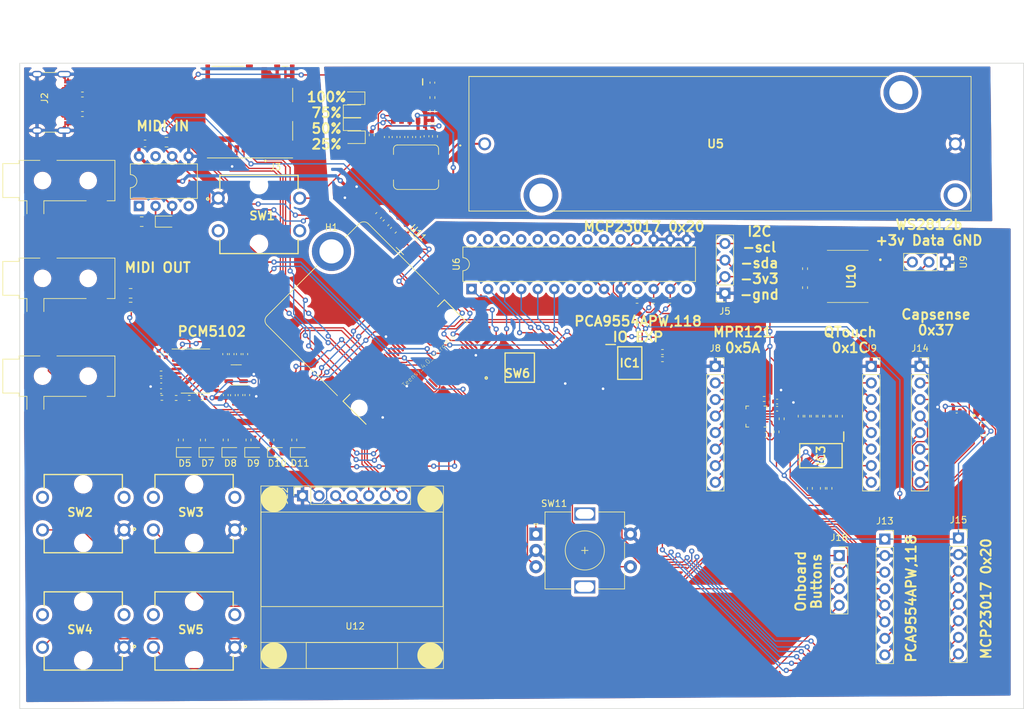
<source format=kicad_pcb>
(kicad_pcb (version 20211014) (generator pcbnew)
  (layers (0 "F.Cu" signal) (31 "B.Cu" signal) (34 "B.Paste" user) (35 "F.Paste" user) (36 "B.SilkS" user "B.Silkscreen") (37 "F.SilkS" user "F.Silkscreen") (38 "B.Mask" user) (39 "F.Mask" user) (44 "Edge.Cuts" user))
  (net 0 "")
  (net 4 "A3v3")
  (net 5 "GND")
  (net 6 "D3v3")
  (net 8 "Net-(C9-Pad1)")
  (net 9 "Net-(C12-Pad1)")
  (net 10 "Net-(C24-Pad1)")
  (net 52 "I2C_SCL")
  (net 53 "I2C_SDA")
  (net 54 "USB data in +")
  (net 55 "USB data in -")
  (net 56 "Net-(J10-Pad1)")
  (net 57 "Net-(J11-Pad1)")
  (net 58 "Net-(J11-Pad3)")
  (net 59 "T01=MIDI OUT")
  (net 60 "Net-(J2-PadA5)")
  (net 61 "Net-(J2-PadB5)")
  (net 62 "Net-(C15-Pad1)")
  (net 63 "USB_Vin5v")
  (net 64 "Supply+5v")
  (net 65 "Batt+")
  (net 66 "Net-(D6-Pad1)")
  (net 67 "Net-(D6-Pad2)")
  (net 68 "Net-(R10-Pad2)")
  (net 69 "Net-(C7-Pad1)")
  (net 70 "Net-(C7-Pad2)")
  (net 71 "Net-(C8-Pad1)")
  (net 72 "Net-(C8-Pad2)")
  (net 73 "Net-(D1-Pad2)")
  (net 74 "Net-(D3-Pad2)")
  (net 75 "Net-(D1-Pad1)")
  (net 76 "T00 MIDI IN")
  (net 78 "SDIO_CS")
  (net 79 "SDIO_MOSI")
  (net 80 "SDIO_CLOCK")
  (net 81 "SDIO_MISO")
  (net 84 "I2S_LRCK")
  (net 85 "Net-(R1-Pad2)")
  (net 86 "I2S_DIN")
  (net 87 "Net-(R2-Pad2)")
  (net 88 "I2S_BCK")
  (net 89 "Net-(R3-Pad2)")
  (net 90 "Net-(R5-Pad1)")
  (net 96 "Net-(R4-Pad1)")
  (net 97 "Net-(R12-Pad1)")
  (net 104 "Net-(C18-Pad1)")
  (net 105 "Net-(IC2-Pad5)")
  (net 106 "Net-(IC2-Pad7)")
  (net 107 "Net-(IC1-Pad9)")
  (net 108 "SPI0_SCK")
  (net 109 "SPI0_MOSI")
  (net 110 "OLED_RES")
  (net 111 "OLED_DC")
  (net 112 "OLED_CS")
  (net 113 "Net-(C30-Pad1)")
  (net 114 "Net-(IC1-Pad10)")
  (net 115 "Net-(J8-Pad2)")
  (net 116 "Net-(J8-Pad3)")
  (net 117 "Net-(J8-Pad4)")
  (net 118 "Net-(J8-Pad5)")
  (net 119 "Net-(J8-Pad6)")
  (net 120 "Net-(J8-Pad7)")
  (net 121 "Net-(J8-Pad8)")
  (net 122 "Net-(J9-Pad2)")
  (net 123 "Net-(J9-Pad3)")
  (net 124 "Net-(J9-Pad4)")
  (net 125 "WS2812_DATA")
  (net 126 "Net-(IC1-Pad4)")
  (net 127 "Net-(IC1-Pad5)")
  (net 128 "Net-(IC1-Pad6)")
  (net 129 "Net-(IC1-Pad7)")
  (net 130 "Net-(J9-Pad5)")
  (net 131 "Net-(IC3-Pad3)")
  (net 132 "Net-(IC3-Pad4)")
  (net 133 "Net-(IC3-Pad5)")
  (net 134 "Net-(IC3-Pad6)")
  (net 135 "Net-(IC3-Pad7)")
  (net 136 "Net-(IC3-Pad8)")
  (net 137 "Net-(IC3-Pad9)")
  (net 138 "Net-(IC3-Pad17)")
  (net 139 "ENC_A")
  (net 140 "ENC_B")
  (net 141 "ENC_SWITCH")
  (net 142 "Net-(D5-Pad1)")
  (net 143 "GEN_LED1")
  (net 144 "Net-(D7-Pad1)")
  (net 145 "GEN_LED2")
  (net 146 "Net-(D8-Pad1)")
  (net 147 "GEN_LED3")
  (net 148 "Net-(D9-Pad1)")
  (net 149 "GEN_LED4")
  (net 150 "Net-(D10-Pad1)")
  (net 151 "GEN_LED5")
  (net 152 "Net-(D11-Pad1)")
  (net 153 "GEN_LED6")
  (net 154 "Net-(J9-Pad6)")
  (net 155 "Net-(J9-Pad7)")
  (net 156 "Net-(J15-Pad3)")
  (net 157 "Net-(J15-Pad4)")
  (net 162 "Net-(J15-Pad5)")
  (net 163 "Net-(IC4-Pad1)")
  (net 164 "Net-(IC4-Pad2)")
  (net 165 "Net-(IC4-Pad8)")
  (net 166 "Net-(IC4-Pad9)")
  (net 167 "Net-(IC4-Pad12)")
  (net 168 "Net-(IC4-Pad13)")
  (net 169 "Net-(J15-Pad6)")
  (net 170 "Net-(J15-Pad7)")
  (net 171 "Net-(J15-Pad8)")
  (net 172 "Net-(J18-Pad1)")
  (net 173 "Net-(J18-Pad2)")
  (net 174 "Net-(J18-Pad3)")
  (net 175 "Net-(J18-Pad4)")
  (net 176 "Net-(R23-Pad1)")
  (net 177 "Net-(J9-Pad8)")
  (net 180 "Net-(IC4-Pad11)")
  (net 183 "Net-(SW6-Pad1)")
  (net 187 "Net-(U1-Pad7)")
  (net 188 "Net-(U1-Pad18)")
  (net 189 "+3V3")
  (footprint "Capacitor_SMD:C_0402_1005Metric" (layer "F.Cu") (at 117.481421 106.145637 -90)
    (fp_text reference "C4" hide)
    (fp_text value "0.1uF")
  )
  (footprint "Capacitor_SMD:C_0603_1608Metric" (layer "F.Cu") (at 138.753126 79.729207 -135)
    (fp_text reference "C28" hide)
    (fp_text value "0.22uF")
  )
  (footprint "Connector_PinSocket_2.54mm:PinSocket_1x08_P2.54mm_Vertical" (layer "F.Cu") (at 220.670804 101.7429)
    (fp_text reference "J14")
    (fp_text value "touch_conn_capsense")
  )
  (footprint "Capacitor_SMD:C_0402_1005Metric" (layer "F.Cu") (at 141.270804 66.5629 -90)
    (fp_text reference "C21" hide)
    (fp_text value "22uF")
  )
  (footprint "Resistor_SMD:R_0402_1005Metric" (layer "F.Cu") (at 203.038804 86.7579 -90)
    (fp_text reference "R40" hide)
    (fp_text value "10k")
  )
  (footprint "Diode_SMD:D_SOD-323" (layer "F.Cu") (at 104.870804 79.5429)
    (fp_text reference "D6" hide)
    (fp_text value "1N4148")
  )
  (footprint "Package_DIP:DIP-8_W7.62mm" (layer "F.Cu") (at 100.870804 77.1429 90)
    (fp_text reference "U8" hide)
    (fp_text value "6N138")
  )
  (footprint "Capacitor_SMD:C_0402_1005Metric" (layer "F.Cu") (at 138.870804 66.5629 -90)
    (fp_text reference "C23" hide)
    (fp_text value "0.1uF")
  )
  (footprint "Resistor_SMD:R_0402_1005Metric" (layer "F.Cu") (at 136.570804 66.2429 -90)
    (fp_text reference "R10" hide)
    (fp_text value "10K")
  )
  (footprint "Capacitor_SMD:C_0603_1608Metric" (layer "F.Cu") (at 137.621755 78.597836 -135)
    (fp_text reference "C26" hide)
    (fp_text value "10uF")
  )
  (footprint "Resistor_SMD:R_0402_1005Metric" (layer "F.Cu") (at 179.785804 91.6829)
    (fp_text reference "R16" hide)
    (fp_text value "10k")
  )
  (footprint "Capacitor_SMD:C_0402_1005Metric" (layer "F.Cu") (at 117.176657 99.865637 -90)
    (fp_text reference "C14" hide)
    (fp_text value "0.1uF")
  )
  (footprint "Capacitor_SMD:C_0402_1005Metric" (layer "F.Cu") (at 198.750804 107.1429)
    (fp_text reference "C25" hide)
    (fp_text value "0.1uF")
  )
  (footprint "LED_SMD:LED_0603_1608Metric" (layer "F.Cu") (at 108.083304 114.9429)
    (fp_text reference "D5")
    (fp_text value "LED")
  )
  (footprint "Capacitor_SMD:C_0402_1005Metric" (layer "F.Cu") (at 145.870804 64.4929 90)
    (fp_text reference "C18" hide)
    (fp_text value "22uF")
  )
  (footprint "Capacitor_SMD:C_0402_1005Metric" (layer "F.Cu") (at 142.470804 66.5629 -90)
    (fp_text reference "C20" hide)
    (fp_text value "22uF")
  )
  (footprint "Resistor_SMD:R_0402_1005Metric" (layer "F.Cu") (at 207.370804 109.3829 -90)
    (fp_text reference "R26" hide)
    (fp_text value "4.7k")
  )
  (footprint "Resistor_SMD:R_0402_1005Metric" (layer "F.Cu") (at 182.285804 91.6829 180)
    (fp_text reference "R15" hide)
    (fp_text value "10k")
  )
  (footprint "SamacSys_Parts:SOP65P640X110-16N" (layer "F.Cu") (at 176.150804 101.2429)
    (fp_text reference "IC1")
    (fp_text value "PCA9554APW,118" hide)
  )
  (footprint "clarinoid2:Wurth_9774025151_M2.5_spacer_for_micromod" (layer "F.Cu") (at 130.391608 84.10685)
    (fp_text reference "H1")
    (fp_text value "M.2 riser SMTSO2530CTJ ")
  )
  (footprint "SamacSys_Parts:SOIC127P599X155-9N" (layer "F.Cu") (at 141.770804 61.0829 -90)
    (fp_text reference "IC2" hide)
    (fp_text value "Injoinic IP5306 battery charge" hide)
  )
  (footprint "SamacSys_Parts:ABPMAND001PG2A3" (layer "F.Cu") (at 209.583804 87.9429 -90)
    (fp_text reference "U10")
    (fp_text value "Pressure1_0x28_I2C0" hide)
  )
  (footprint "clarinoid2:SSD1306_128x64_approximate" (layer "F.Cu") (at 119.563197 120.093221)
    (fp_text reference "U12")
    (fp_text value "ssd1306_graphic")
  )
  (footprint "Capacitor_SMD:C_0402_1005Metric" (layer "F.Cu") (at 104.250679 105.540637)
    (fp_text reference "C12" hide)
    (fp_text value "2.2uF")
  )
  (footprint "SamacSys_Parts:B3F-4055" (layer "F.Cu") (at 92.318411 142.332579)
    (fp_text reference "SW4")
    (fp_text value "SW_Push" hide)
  )
  (footprint "Resistor_SMD:R_0402_1005Metric" (layer "F.Cu") (at 121.170804 113.0329 90)
    (fp_text reference "R38" hide)
    (fp_text value "470R")
  )
  (footprint "clarinoid2:Inductor_MCS0630-1R0MN2" (layer "F.Cu") (at 143.391608 74.60685)
    (fp_text reference "L1" hide)
    (fp_text value "1uH")
  )
  (footprint "Resistor_SMD:R_0402_1005Metric" (layer "F.Cu") (at 197.080804 112.2429 180)
    (fp_text reference "R4" hide)
    (fp_text value "10k")
  )
  (footprint "SamacSys_Parts:B3F-4055" (layer "F.Cu") (at 109.318411 124.332579)
    (fp_text reference "SW3")
    (fp_text value "SW_Push" hide)
  )
  (footprint "Resistor_SMD:R_0402_1005Metric" (layer "F.Cu") (at 203.038804 89.6679 -90)
    (fp_text reference "R41" hide)
    (fp_text value "10k")
  )
  (footprint "LED_SMD:LED_0805_2012Metric" (layer "F.Cu") (at 133.891608 66.60685 180)
    (fp_text reference "D1" hide)
    (fp_text value "25%")
  )
  (footprint "Connector_PinSocket_2.54mm:PinSocket_1x08_P2.54mm_Vertical" (layer "F.Cu") (at 189.270804 101.7429)
    (fp_text reference "J8")
    (fp_text value "touch_conn_mpr121")
  )
  (footprint "Resistor_SMD:R_0402_1005Metric" (layer "F.Cu") (at 114.170804 113.0329 90)
    (fp_text reference "R36" hide)
    (fp_text value "470R")
  )
  (footprint "Resistor_SMD:R_0402_1005Metric" (layer "F.Cu") (at 230.395804 110.3429 -90)
    (fp_text reference "R44" hide)
    (fp_text value "10k")
  )
  (footprint "Capacitor_SMD:C_0402_1005Metric" (layer "F.Cu") (at 145.870804 62.5229 -90)
    (fp_text reference "C15" hide)
    (fp_text value "10uF")
  )
  (footprint "clarinoid2:Jack_3.5mm_CUI_SJ-3523-SMT_Horizontal" (layer "F.Cu") (at 88.570804 73.2429 90)
    (fp_text reference "J10" hide)
    (fp_text value "MIDI IN")
  )
  (footprint "Connector_PinSocket_2.54mm:PinSocket_1x08_P2.54mm_Vertical" (layer "F.Cu") (at 226.570804 128.07185)
    (fp_text reference "J15")
    (fp_text value "conn_buttons_MCP")
  )
  (footprint "Resistor_SMD:R_0402_1005Metric" (layer "F.Cu") (at 205.770804 120.4529 -90)
    (fp_text reference "R32" hide)
    (fp_text value "10k")
  )
  (footprint "Resistor_SMD:R_0402_1005Metric" (layer "F.Cu") (at 203.370804 109.3829 -90)
    (fp_text reference "R29" hide)
    (fp_text value "4.7k")
  )
  (footprint "clarinoid2:Jack_3.5mm_CUI_SJ-3523-SMT_Horizontal" (layer "F.Cu") (at 88.570804 103.2429 90)
    (fp_text reference "J1" hide)
    (fp_text value "TRS jack")
  )
  (footprint "Capacitor_SMD:C_0603_1608Metric" (layer "F.Cu") (at 101.795804 67.5429)
    (fp_text reference "C27" hide)
    (fp_text value "0.1uF")
  )
  (footprint "Resistor_SMD:R_0402_1005Metric" (layer "F.Cu") (at 203.770804 120.4529 -90)
    (fp_text reference "R33" hide)
    (fp_text value "10k")
  )
  (footprint "Capacitor_SMD:C_0402_1005Metric" (layer "F.Cu") (at 103.876657 99.865637 90)
    (fp_text reference "C8" hide)
    (fp_text value "2.2uF")
  )
  (footprint "Resistor_SMD:R_0402_1005Metric" (layer "F.Cu") (at 107.283304 113.0329 90)
    (fp_text reference "R34" hide)
    (fp_text value "470R")
  )
  (footprint "LED_SMD:LED_0603_1608Metric" (layer "F.Cu") (at 118.570804 114.9429)
    (fp_text reference "D9")
    (fp_text value "LED")
  )
  (footprint "Capacitor_SMD:C_0402_1005Metric" (layer "F.Cu") (at 115.276657 106.165637 90)
    (fp_text reference "C5" hide)
    (fp_text value "10uF")
  )
  (footprint "NetTie:NetTie-2_SMD_Pad0.5mm" (layer "F.Cu") (at 112.576657 106.565637 180)
    (fp_text reference "NT1" hide)
    (fp_text value "NetTie_2")
  )
  (footprint "Capacitor_SMD:C_0402_1005Metric" (layer "F.Cu") (at 104.270679 103.940637)
    (fp_text reference "C9" hide)
    (fp_text value "2.2uF")
  )
  (footprint "Connector_PinSocket_2.54mm:PinSocket_1x04_P2.54mm_Vertical" (layer "F.Cu") (at 190.745804 90.5229 180)
    (fp_text reference "J5")
    (fp_text value "header_i2c")
  )
  (footprint "Resistor_SMD:R_0402_1005Metric" (layer "F.Cu") (at 177.265804 91.6829)
    (fp_text reference "R23" hide)
    (fp_text value "10k")
  )
  (footprint "SamacSys_Parts:1043" (layer "F.Cu") (at 153.891608 67.60685)
    (fp_text reference "U5")
    (fp_text value "Keystone 1043" hide)
  )
  (footprint "LED_SMD:LED_0805_2012Metric" (layer "F.Cu") (at 133.891608 64.60685)
    (fp_text reference "D2" hide)
    (fp_text value "50%")
  )
  (footprint "Package_TO_SOT_SMD:SOT-23-5" (layer "F.Cu") (at 141.986372 82.948311 -45)
    (fp_text reference "U11")
    (fp_text value "TLV75733PDBV")
  )
  (footprint "Resistor_SMD:R_0402_1005Metric" (layer "F.Cu") (at 104.376657 106.565637 180)
    (fp_text reference "R6" hide)
    (fp_text value "470R")
  )
  (footprint "SamacSys_Parts:B3F-4055" (layer "F.Cu") (at 92.318411 124.332579)
    (fp_text reference "SW2")
    (fp_text value "SW_Push" hide)
  )
  (footprint "Resistor_SMD:R_0402_1005Metric" (layer "F.Cu") (at 202.370804 109.3829 -90)
    (fp_text reference "R30" hide)
    (fp_text value "4.7k")
  )
  (footprint "Capacitor_SMD:C_0402_1005Metric" (layer "F.Cu") (at 198.750804 108.2429)
    (fp_text reference "C24" hide)
    (fp_text value "0.1uF")
  )
  (footprint "Connector_PinSocket_2.54mm:PinSocket_1x08_P2.54mm_Vertical" (layer "F.Cu") (at 215.270804 128.23185)
    (fp_text reference "J13")
    (fp_text value "conn_buttons_PCA9554")
  )
  (footprint "Capacitor_SMD:C_0402_1005Metric" (layer "F.Cu") (at 116.176657 99.865637 -90)
    (fp_text reference "C11" hide)
    (fp_text value "10uF")
  )
  (footprint "Resistor_SMD:R_0402_1005Metric" (layer "F.Cu") (at 204.370804 109.3829 -90)
    (fp_text reference "R24" hide)
    (fp_text value "4.7k")
  )
  (footprint "Capacitor_SMD:C_0402_1005Metric" (layer "F.Cu") (at 114.176657 106.145637 90)
    (fp_text reference "C6" hide)
    (fp_text value "0.1uF")
  )
  (footprint "Capacitor_SMD:C_0402_1005Metric" (layer "F.Cu") (at 143.670804 66.5629 -90)
    (fp_text reference "C17" hide)
    (fp_text value "22uF")
  )
  (footprint "Resistor_SMD:R_0805_2012Metric" (layer "F.Cu") (at 99.583304 92.6429)
    (fp_text reference "R21" hide)
    (fp_text value "47R")
  )
  (footprint "SamacSys_Parts:SOP65P638X120-20N" (layer "F.Cu") (at 205.470804 115.4429 -90)
    (fp_text reference "IC3")
    (fp_text value "AT42QT2120-XU" hide)
  )
  (footprint "LED_SMD:LED_0603_1608Metric" (layer "F.Cu") (at 115.070804 114.9429)
    (fp_text reference "D8")
    (fp_text value "LED")
  )
  (footprint "Resistor_SMD:R_0805_2012Metric" (layer "F.Cu") (at 105.083304 67.3429 180)
    (fp_text reference "R22" hide)
    (fp_text value "470R")
  )
  (footprint "LED_SMD:LED_0805_2012Metric" (layer "F.Cu") (at 133.829108 60.60685 180)
    (fp_text reference "D4" hide)
    (fp_text value "100%")
  )
  (footprint "Package_DFN_QFN:UQFN-20_3x3mm_P0.4mm" (layer "F.Cu") (at 195.570804 109.4429 180)
    (fp_text reference "U4" hide)
    (fp_text value "MPR121QR2")
  )
  (footprint "Package_DIP:DIP-28_W7.62mm" (layer "F.Cu") (at 151.875804 89.8829 90)
    (fp_text reference "U6")
    (fp_text value "MCP23017_SP")
  )
  (footprint "Connector_PinSocket_2.54mm:PinSocket_1x04_P2.54mm_Vertical" (layer "F.Cu") (at 208.270804 130.77185)
    (fp_text reference "J18")
    (fp_text value "conn_buttons_btn")
  )
  (footprint "Resistor_SMD:R_0402_1005Metric" (layer "F.Cu") (at 205.370804 109.3829 -90)
    (fp_text reference "R28" hide)
    (fp_text value "4.7k")
  )
  (footprint "Resistor_SMD:R_0402_1005Metric" (layer "F.Cu") (at 146.270804 66.4629 90)
    (fp_text reference "R11" hide)
    (fp_text value "0.5R")
  )
  (footprint "clarinoid2:MOLEX_503398-1892" (layer "F.Cu") (at 117.891608 62.7429 180)
    (fp_text reference "J3")
    (fp_text value "Molex microSD 503398-1892")
  )
  (footprint "Resistor_SMD:R_0402_1005Metric" (layer "F.Cu") (at 110.566657 106.585637 180)
    (fp_text reference "R3" hide)
    (fp_text value "22R")
  )
  (footprint "LED_SMD:LED_0603_1608Metric" (layer "F.Cu") (at 122.070804 114.9429)
    (fp_text reference "D10")
    (fp_text value "LED")
  )
  (footprint "Capacitor_SMD:C_0402_1005Metric" (layer "F.Cu") (at 115.076657 99.865637 90)
    (fp_text reference "C13" hide)
    (fp_text value "0.1uF")
  )
  (footprint "Connector_PinSocket_2.54mm:PinSocket_1x08_P2.54mm_Vertical" (layer "F.Cu") (at 213.190804 101.7429)
    (fp_text reference "J9")
    (fp_text value "touch_conn_qtouch")
  )
  (footprint "Resistor_SMD:R_0402_1005Metric" (layer "F.Cu") (at 106.566657 106.585637)
    (fp_text reference "R1" hide)
    (fp_text value "22R")
  )
  (footprint "Resistor_SMD:R_0402_1005Metric" (layer "F.Cu") (at 124.683304 113.0329 90)
    (fp_text reference "R39" hide)
    (fp_text value "470R")
  )
  (footprint "Resistor_SMD:R_0402_1005Metric" (layer "F.Cu") (at 199.45 109.78895 90)
    (fp_text reference "R13" hide)
    (fp_text value "10k")
  )
  (footprint "Capacitor_SMD:C_0402_1005Metric" (layer "F.Cu") (at 116.429039 106.145637 -90)
    (fp_text reference "C3" hide)
    (fp_text value "10uF")
  )
  (footprint "Resistor_SMD:R_0402_1005Metric" (layer "F.Cu") (at 92.189809 63.0429 180)
    (fp_text reference "R7" hide)
    (fp_text value "5.1k")
  )
  (footprint "Package_SO:TSSOP-20_4.4x6.5mm_P0.65mm" (layer "F.Cu") (at 109.526657 102.465637)
    (fp_text reference "U1" hide)
    (fp_text value "PCM5102A")
  )
  (footprint "Resistor_SMD:R_0402_1005Metric" (layer "F.Cu") (at 92.189809 60.0429 180)
    (fp_text reference "R8" hide)
    (fp_text value "5.1k")
  )
  (footprint "LED_SMD:LED_0805_2012Metric" (layer "F.Cu") (at 133.891608 62.60685)
    (fp_text reference "D3" hide)
    (fp_text value "75%")
  )
  (footprint "Connector_PinSocket_2.54mm:PinSocket_1x07_P2.54mm_Vertical" (layer "F.Cu") (at 125.950053 121.594055 90)
    (fp_text reference "J12")
    (fp_text value "SSD1306")
  )
  (footprint "LED_SMD:LED_0603_1608Metric" (layer "F.Cu") (at 111.570804 114.9429)
    (fp_text reference "D7")
    (fp_text value "LED")
  )
  (footprint "Resistor_SMD:R_0402_1005Metric" (layer "F.Cu") (at 206.370804 109.3829 -90)
    (fp_text reference "R27" hide)
    (fp_text value "4.7k")
  )
  (footprint "SamacSys_Parts:QFN50P300X300X60-17N-D" (layer "F.Cu") (at 227.470804 111.1929 -90)
    (fp_text reference "IC4" hide)
    (fp_text value "CY8CMBR3108-LQXIT" hide)
  )
  (footprint "LED_SMD:LED_0603_1608Metric" (layer "F.Cu") (at 125.570804 114.9429)
    (fp_text reference "D11")
    (fp_text value "LED")
  )
  (footprint "clarinoid2:USB_C_Receptacle_XKB_U262-16XN-4BVC11" (layer "F.Cu") (at 86.299809 61.2429 -90)
    (fp_text reference "J2")
    (fp_text value "XKB_U262-16XN-4BVC11 USB-C recept")
  )
  (footprint "SamacSys_Parts:B3F-4055" (layer "F.Cu") (at 109.318411 142.332579)
    (fp_text reference "SW5")
    (fp_text value "SW_Push" hide)
  )
  (footprint "Capacitor_SMD:C_0402_1005Metric" (layer "F.Cu") (at 114.076657 99.865637 90)
    (fp_text reference "C10" hide)
    (fp_text value "10uF")
  )
  (footprint "Resistor_SMD:R_0402_1005Metric" (layer "F.Cu") (at 230.395804 112.3429 90)
    (fp_text reference "R43" hide)
    (fp_text value "10k")
  )
  (footprint "clarinoid2:Teensy_4.0_MicroMod_nospacer" (layer "F.Cu") (at 141.846738 97.400457 135)
    (fp_text reference "U3" hide)
    (fp_text value "APCI0136-P001A Teensy_4.0_MicroMod" hide)
  )
  (footprint "Resistor_SMD:R_0402_1005Metric" (layer "F.Cu") (at 206.770804 120.4529 -90)
    (fp_text reference "R31" hide)
    (fp_text value "10k")
  )
  (footprint "Resistor_SMD:R_0402_1005Metric" (layer "F.Cu") (at 181.160804 99.5429)
    (fp_text reference "R18" hide)
    (fp_text value "10k")
  )
  (footprint "clarinoid2:Jack_3.5mm_CUI_SJ-3523-SMT_Horizontal" (layer "F.Cu") (at 88.570804 88.2429 90)
    (fp_text reference "J11" hide)
    (fp_text value "MIDI OUT")
  )
  (footprint "Resistor_SMD:R_0402_1005Metric" (layer "F.Cu") (at 145.870804 60.5129 -90)
    (fp_text reference "R9" hide)
    (fp_text value "2R")
  )
  (footprint "Resistor_SMD:R_0402_1005Metric" (layer "F.Cu") (at 110.670804 113.0429 90)
    (fp_text reference "R35" hide)
    (fp_text value "470R")
  )
  (footprint "Resistor_SMD:R_0402_1005Metric" (layer "F.Cu") (at 104.250679 102.840637 180)
    (fp_text reference "R5" hide)
    (fp_text value "470R")
  )
  (footprint "Capacitor_SMD:C_0402_1005Metric" (layer "F.Cu") (at 140.070804 66.5629 -90)
    (fp_text reference "C22" hide)
    (fp_text value "22uF")
  )
  (footprint "Resistor_SMD:R_0402_1005Metric" (layer "F.Cu") (at 108.576657 106.585637 180)
    (fp_text reference "R2" hide)
    (fp_text value "22R")
  )
  (footprint "Resistor_SMD:R_0402_1005Metric" (layer "F.Cu") (at 198.65 111.78895 -90)
    (fp_text reference "R14" hide)
    (fp_text value "10k")
  )
  (footprint "Resistor_SMD:R_0402_1005Metric" (layer "F.Cu") (at 196.760804 106.7429)
    (fp_text reference "R12" hide)
    (fp_text value "75k")
  )
  (footprint "Capacitor_SMD:C_0402_1005Metric" (layer "F.Cu") (at 144.970804 66.4529 90)
    (fp_text reference "C19" hide)
    (fp_text value "22uF")
  )
  (footprint "Resistor_SMD:R_0402_1005Metric" (layer "F.Cu") (at 117.670804 113.0329 90)
    (fp_text reference "R37" hide)
    (fp_text value "470R")
  )
  (footprint "Capacitor_SMD:C_0402_1005Metric" (layer "F.Cu") (at 145.870804 58.2229 90)
    (fp_text reference "C16" hide)
    (fp_text value "10uF")
  )
  (footprint "Resistor_SMD:R_0402_1005Metric" (layer "F.Cu") (at 181.160804 100.6429)
    (fp_text reference "R17" hide)
    (fp_text value "10k")
  )
  (footprint "Resistor_SMD:R_0805_2012Metric" (layer "F.Cu") (at 99.583304 90.5429)
    (fp_text reference "R20" hide)
    (fp_text value "47R")
  )
  (footprint "Capacitor_SMD:C_0402_1005Metric" (layer "F.Cu") (at 226.295804 108.5329 180)
    (fp_text reference "C30" hide)
    (fp_text value "0.1uF")
  )
  (footprint "SamacSys_Parts:B3F-4055" (layer "F.Cu") (at 119.270804 78.4429 180)
    (fp_text reference "SW1")
    (fp_text value "SW_Push" hide)
  )
  (footprint "Capacitor_SMD:C_0603_1608Metric" (layer "F.Cu") (at 139.884497 80.860578 -135)
    (fp_text reference "C29" hide)
    (fp_text value "0.1uF")
  )
  (footprint "Rotary_Encoder:RotaryEncoder_Alps_EC11E-Switch_Vertical_H20mm" (layer "F.Cu") (at 161.75 127.47895)
    (fp_text reference "SW11")
    (fp_text value "RotaryEncoder_Switch")
  )
  (footprint "Capacitor_SMD:C_0402_1005Metric" (layer "F.Cu") (at 104.976657 99.865637 -90)
    (fp_text reference "C7" hide)
    (fp_text value "2.2uF")
  )
  (footprint "Connector_PinSocket_2.54mm:PinSocket_1x03_P2.54mm_Vertical" (layer "F.Cu") (at 224.570804 85.7429 -90)
    (fp_text reference "U9")
    (fp_text value "WS2812")
  )
  (footprint "Resistor_SMD:R_0805_2012Metric" (layer "F.Cu") (at 101.283304 79.5429)
    (fp_text reference "R19" hide)
    (fp_text value "220R")
  )
  (footprint "SamacSys_Parts:TL3305AF160QG" (layer "F.Cu") (at 159.270804 101.9429)
    (fp_text reference "SW6")
    (fp_text value "SW_Push" hide)
  )
  (footprint "Resistor_SMD:R_0402_1005Metric" (layer "F.Cu") (at 208.370804 109.3829 -90)
    (fp_text reference "R25" hide)
    (fp_text value "4.7k")
  )
  (footprint "Package_TO_SOT_SMD:SOT-23-5" (layer "F.Cu") (at 115.776657 103.065637 180)
    (fp_text reference "U7" hide)
    (fp_text value "TLV75533PDBV")
  )
  (gr_rect (start 82.570804 55.2429) (end 236.570804 154.2429) (layer "Edge.Cuts") (width 0.1) (fill none))
  (gr_text "MIDI IN" (at 104.532612 64.887587) (layer "F.SilkS") (effects (font (size 1.5 1.5) (thickness 0.3))))
  (gr_text "WS2812b\n+3v Data GND" (at 222.045804 81.2179) (layer "F.SilkS") (effects (font (size 1.5 1.5) (thickness 0.3))))
  (gr_text "PCA9554APW,118\nIO EXP" (at 177.412612 96.030087) (layer "F.SilkS") (effects (font (size 1.5 1.5) (thickness 0.3))))
  (gr_text "Capsense\n0x37" (at 223.112612 94.987587) (layer "F.SilkS") (effects (font (size 1.5 1.5) (thickness 0.3))))
  (gr_text "MCP23017 0x20" (at 178.332612 80.327587) (layer "F.SilkS") (effects (font (size 1.5 1.5) (thickness 0.3))))
  (gr_text "I2C\n-scl\n-sda\n-3v3\n-gnd" (at 196.032612 85.887587) (layer "F.SilkS") (effects (font (size 1.5 1.5) (thickness 0.3))))
  (gr_text "QTouch\n0x1C" (at 209.952612 97.687587) (layer "F.SilkS") (effects (font (size 1.5 1.5) (thickness 0.3))))
  (gr_text "PCM5102" (at 112.032612 96.387587) (layer "F.SilkS") (effects (font (size 1.5 1.5) (thickness 0.3))))
  (gr_text "100%\n75%\n50%\n25%" (at 129.653416 64.051537) (layer "F.SilkS") (effects (font (size 1.5 1.5) (thickness 0.3))))
  (gr_text "MIDI OUT" (at 103.732612 86.587587) (layer "F.SilkS") (effects (font (size 1.5 1.5) (thickness 0.3))))
  (gr_text "MPR121\n0x5A" (at 193.452612 97.687587) (layer "F.SilkS") (effects (font (size 1.5 1.5) (thickness 0.3))))
  (gr_text "Onboard\nButtons" (at 203.570804 134.716537 90) (layer "F.SilkS") (effects (font (size 1.5 1.5) (thickness 0.3))))
  (gr_text "MCP23017 0x20" (at 230.807612 137.391537 90) (layer "F.SilkS") (effects (font (size 1.5 1.5) (thickness 0.3))))
  (gr_text "PCA9554APW,118" (at 219.307612 137.391537 90) (layer "F.SilkS") (effects (font (size 1.5 1.5) (thickness 0.3))))
  (segment (start 116.289157 105.665637) (end 114.639157 104.015637) (width 0.2) (layer "F.Cu") (net 4))
  (segment (start 107.529039 98.345637) (end 107.529039 98.675755) (width 0.2) (layer "F.Cu") (net 4))
  (segment (start 118.276657 105.665637) (end 117.476657 105.665637) (width 0.2) (layer "F.Cu") (net 4))
  (segment (start 109.909039 97.965637) (end 109.629039 98.245637) (width 0.2) (layer "F.Cu") (net 4))
  (segment (start 119.176657 99.265637) (end 119.176657 104.765637) (width 0.2) (layer "F.Cu") (net 4))
  (segment (start 109.476657 100.465637) (end 111.976657 97.965637) (width 0.2) (layer "F.Cu") (net 4))
  (segment (start 111.976657 97.965637) (end 109.909039 97.965637) (width 0.2) (layer "F.Cu") (net 4))
  (segment (start 106.664157 104.090637) (end 107.316663 104.090637) (width 0.2) (layer "F.Cu") (net 4))
  (segment (start 107.316663 104.090637) (end 109.476657 101.930643) (width 0.2) (layer "F.Cu") (net 4))
  (segment (start 117.476657 105.665637) (end 116.429039 105.665637) (width 0.2) (layer "F.Cu") (net 4))
  (segment (start 116.429039 105.665637) (end 116.289157 105.665637) (width 0.2) (layer "F.Cu") (net 4))
  (segment (start 107.529039 98.675755) (end 106.664157 99.540637) (width 0.2) (layer "F.Cu") (net 4))
  (segment (start 111.976657 97.965637) (end 117.876657 97.965637) (width 0.2) (layer "F.Cu") (net 4))
  (segment (start 117.876657 97.965637) (end 119.176657 99.265637) (width 0.2) (layer "F.Cu") (net 4))
  (segment (start 119.176657 104.765637) (end 118.276657 105.665637) (width 0.2) (layer "F.Cu") (net 4))
  (segment (start 109.476657 101.930643) (end 109.476657 100.465637) (width 0.2) (layer "F.Cu") (net 4))
  (via (at 107.529039 98.345637) (size 0.8) (drill 0.4) (layers "F.Cu" "B.Cu") (net 4))
  (via (at 109.629039 98.245637) (size 0.8) (drill 0.4) (layers "F.Cu" "B.Cu") (net 4))
  (segment (start 107.629039 98.245637) (end 107.529039 98.345637) (width 0.2) (layer "B.Cu") (net 4))
  (segment (start 109.629039 98.245637) (end 107.629039 98.245637) (width 0.2) (layer "B.Cu") (net 4))
  (segment (start 162.870804 103.4429) (end 165.31395 103.4429) (width 0.2) (layer "F.Cu") (net 5))
  (segment (start 104.750679 104.640637) (end 104.750679 105.520637) (width 0.2) (layer "F.Cu") (net 5))
  (segment (start 114.771608 70.700558) (end 115.15 71.07895) (width 0.2) (layer "F.Cu") (net 5))
  (segment (start 223.35 109.471118) (end 223.35 107.97895) (width 0.2) (layer "F.Cu") (net 5))
  (segment (start 137.073747 79.145844) (end 135.716894 79.145844) (width 0.2) (layer "F.Cu") (net 5))
  (segment (start 173.212804 104.016146) (end 173.212804 103.5179) (width 0.2) (layer "F.Cu") (net 5))
  (segment (start 144.197868 106.044837) (end 142.931981 104.77895) (width 0.2) (layer "F.Cu") (net 5))
  (segment (start 138.206139 110.65971) (end 138.206139 109.622811) (width 0.2) (layer "F.Cu") (net 5))
  (segment (start 139.561545 61.0829) (end 137.571293 63.073152) (width 0.2) (layer "F.Cu") (net 5))
  (segment (start 147.007617 104.931467) (end 146.266478 105.672606) (width 0.2) (layer "F.Cu") (net 5))
  (segment (start 116.216657 106.625637) (end 115.276657 105.685637) (width 0.2) (layer "F.Cu") (net 5))
  (segment (start 118.850679 106.340637) (end 117.766421 106.340637) (width 0.2) (layer "F.Cu") (net 5))
  (segment (start 117.476657 106.625637) (end 116.429039 106.625637) (width 0.2) (layer "F.Cu") (net 5))
  (segment (start 182.355804 82.2629) (end 184.895804 82.2629) (width 0.2) (layer "F.Cu") (net 5))
  (segment (start 115.276657 105.685637) (end 114.196657 105.685637) (width 0.2) (layer "F.Cu") (net 5))
  (segment (start 227.470804 111.1929) (end 227.220804 111.4429) (width 0.2) (layer "F.Cu") (net 5))
  (segment (start 204.15 114.47895) (end 204.15 116.113944) (width 0.2) (layer "F.Cu") (net 5))
  (segment (start 202.545804 112.5179) (end 202.545804 113.4429) (width 0.2) (layer "F.Cu") (net 5))
  (segment (start 136.545561 71.883389) (end 137.571293 71.883389) (width 0.2) (layer "F.Cu") (net 5))
  (segment (start 201.25 107.27895) (end 201.25 111.222096) (width 0.2) (layer "F.Cu") (net 5))
  (segment (start 112.261171 98.366117) (end 117.653718 98.366117) (width 0.2) (layer "F.Cu") (net 5))
  (segment (start 202.545804 113.4429) (end 202.645315 113.542411) (width 0.2) (layer "F.Cu") (net 5))
  (segment (start 146.266478 105.672606) (end 145.946957 105.672606) (width 0.2) (layer "F.Cu") (net 5))
  (segment (start 118.185696 102.142315) (end 117.262374 103.065637) (width 0.2) (layer "F.Cu") (net 5))
  (segment (start 199.230804 105.498146) (end 199.35 105.37895) (width 0.2) (layer "F.Cu") (net 5))
  (segment (start 225.970804 111.4429) (end 225.321782 111.4429) (width 0.2) (layer "F.Cu") (net 5))
  (segment (start 106.664157 105.390637) (end 106.664157 104.740637) (width 0.2) (layer "F.Cu") (net 5))
  (segment (start 145.295684 106.733266) (end 145.95 106.07895) (width 0.2) (layer "F.Cu") (net 5))
  (segment (start 150.915382 99.327323) (end 151.629196 100.041137) (width 0.2) (layer "F.Cu") (net 5))
  (segment (start 139.336489 81.408586) (end 140.446647 81.408586) (width 0.2) (layer "F.Cu") (net 5))
  (segment (start 197.270804 106.7429) (end 197.270804 107.1554) (width 0.2) (layer "F.Cu") (net 5))
  (segment (start 112.664157 105.665637) (end 112.389157 105.390637) (width 0.2) (layer "F.Cu") (net 5))
  (segment (start 146.319188 103.923517) (end 147.007617 104.611946) (width 0.2) (layer "F.Cu") (net 5))
  (segment (start 141.816119 73.256361) (end 143.670804 71.401676) (width 0.2) (layer "F.Cu") (net 5))
  (segment (start 111.352137 99.275151) (end 112.261171 98.366117) (width 0.2) (layer "F.Cu") (net 5))
  (segment (start 114.176657 105.665637) (end 112.664157 105.665637) (width 0.2) (layer "F.Cu") (net 5))
  (segment (start 140.450202 99.115191) (end 138.75 97.414989) (width 0.2) (layer "F.Cu") (net 5))
  (segment (start 114.196657 105.685637) (end 114.176657 105.665637) (width 0.2) (layer "F.Cu") (net 5))
  (segment (start 111.440916 100.190637) (end 111.352137 100.101858) (width 0.2) (layer "F.Cu") (net 5))
  (segment (start 152.664471 98.955091) (end 152.664471 99.913227) (width 0.2) (layer "F.Cu") (net 5))
  (segment (start 104.750679 104.640637) (end 104.550679 104.840637) (width 0.2) (layer "F.Cu") (net 5))
  (segment (start 112.389157 100.190637) (end 111.440916 100.190637) (width 0.2) (layer "F.Cu") (net 5))
  (segment (start 112.389157 102.140637) (end 109.950679 102.140637) (width 0.2) (layer "F.Cu") (net 5))
  (segment (start 198.430804 109.0429) (end 199.230804 108.2429) (width 0.2) (layer "F.Cu") (net 5))
  (segment (start 138.205118 80.277215) (end 139.336489 81.408586) (width 0.2) (layer "F.Cu") (net 5))
  (segment (start 142.931981 104.77895) (end 141.95 104.77895) (width 0.2) (layer "F.Cu") (net 5))
  (segment (start 114.771608 68.3679) (end 114.771608 70.700558) (width 0.2) (layer "F.Cu") (net 5))
  (segment (start 109.950679 101.680874) (end 109.950679 102.140637) (width 0.2) (layer "F.Cu") (net 5))
  (segment (start 144.886297 106.733266) (end 145.295684 106.733266) (width 0.2) (layer "F.Cu") (net 5))
  (segment (start 144.197868 106.044837) (end 144.886297 106.733266) (width 0.2) (layer "F.Cu") (net 5))
  (segment (start 227.220804 111.4429) (end 225.970804 111.4429) (width 0.2) (layer "F.Cu") (net 5))
  (segment (start 145.95 106.07895) (end 145.95 105.675649) (width 0.2) (layer "F.Cu") (net 5))
  (segment (start 118.185696 98.898095) (end 118.185696 102.142315) (width 0.2) (layer "F.Cu") (net 5))
  (segment (start 137.571293 71.883389) (end 138.944265 73.256361) (width 0.2) (layer "F.Cu") (net 5))
  (segment (start 117.766421 106.340637) (end 117.481421 106.625637) (width 0.2) (layer "F.Cu") (net 5))
  (segment (start 134.25 74.17895) (end 136.545561 71.883389) (width 0.2) (layer "F.Cu") (net 5))
  (segment (start 199.230804 107.1429) (end 199.230804 105.498146) (width 0.2) (layer "F.Cu") (net 5))
  (segment (start 138.944265 73.256361) (end 141.816119 73.256361) (width 0.2) (layer "F.Cu") (net 5))
  (segment (start 117.653718 98.366117) (end 118.185696 98.898095) (width 0.2) (layer "F.Cu") (net 5))
  (segment (start 151.976043 98.266663) (end 152.664471 98.955091) (width 0.2) (layer "F.Cu") (net 5))
  (segment (start 116.429039 106.625637) (end 116.216657 106.625637) (width 0.2) (layer "F.Cu") (net 5))
  (segment (start 104.750679 103.940637) (end 104.750679 104.640637) (width 0.2) (layer "F.Cu") (net 5))
  (segment (start 203.213461 113.542411) (end 204.15 114.47895) (width 0.2) (layer "F.Cu") (net 5))
  (segment (start 196.958304 109.0429) (end 198.430804 109.0429) (width 0.2) (layer "F.Cu") (net 5))
  (segment (start 145.946957 105.672606) (end 145.258528 104.984177) (width 0.2) (layer "F.Cu") (net 5))
  (segment (start 115.076657 99.385637) (end 116.176657 99.385637) (width 0.2) (layer "F.Cu") (net 5))
  (segment (start 137.571293 63.073152) (end 137.571293 71.883389) (width 0.2) (layer "F.Cu") (net 5))
  (segment (start 135.716894 79.145844) (end 132.45 75.87895) (width 0.2) (layer "F.Cu") (net 5))
  (segment (start 197.270804 107.1554) (end 196.370804 108.0554) (width 0.2) (layer "F.Cu") (net 5))
  (segment (start 104.550679 104.840637) (end 102.650679 104.840637) (width 0.2) (layer "F.Cu") (net 5))
  (segment (start 138.75 97.414989) (end 138.75 97.17895) (width 0.2) (layer "F.Cu") (net 5))
  (segment (start 137.073747 79.145844) (end 138.205118 80.277215) (width 0.2) (layer "F.Cu") (net 5))
  (segment (start 192.270804 101.7429) (end 197.270804 106.7429) (width 0.2) (layer "F.Cu") (net 5))
  (segment (start 116.176657 99.385637) (end 117.176657 99.385637) (width 0.2) (layer "F.Cu") (net 5))
  (segment (start 138.206139 109.622811) (end 138.25 109.57895) (width 0.2) (layer "F.Cu") (net 5))
  (segment (start 138.894567 111.348138) (end 138.206139 110.65971) (width 0.2) (layer "F.Cu") (net 5))
  (segment (start 111.440916 100.190637) (end 109.950679 101.680874) (width 0.2) (layer "F.Cu") (net 5))
  (segment (start 114.076657 99.414062) (end 114.076657 99.385637) (width 0.2) (layer "F.Cu") (net 5))
  (segment (start 179.815804 84.8029) (end 174.735804 89.8829) (width 0.2) (layer "F.Cu") (net 5))
  (segment (start 203.195804 117.06814) (end 203.195804 118.3679) (width 0.2) (layer "F.Cu") (net 5))
  (segment (start 172.05 105.17895) (end 173.212804 104.016146) (width 0.2) (layer "F.Cu") (net 5))
  (segment (start 147.007617 104.611946) (end 147.007617 104.931467) (width 0.2) (layer "F.Cu") (net 5))
  (segment (start 143.670804 71.401676) (end 143.670804 67.0429) (width 0.2) (layer "F.Cu") (net 5))
  (segment (start 114.076657 99.385637) (end 115.076657 99.385637) (width 0.2) (layer "F.Cu") (net 5))
  (segment (start 202.645315 113.542411) (end 203.213461 113.542411) (width 0.2) (layer "F.Cu") (net 5))
  (segment (start 179.815804 82.2629) (end 179.815804 84.8029) (width 0.2) (layer "F.Cu") (net 5))
  (segment (start 204.15 116.113944) (end 203.195804 117.06814) (width 0.2) (layer "F.Cu") (net 5))
  (segment (start 152.664471 99.913227) (end 152.536561 100.041137) (width 0.2) (layer "F.Cu") (net 5))
  (segment (start 199.230804 108.2429) (end 199.230804 107.1429) (width 0.2) (layer "F.Cu") (net 5))
  (segment (start 145.95 105.675649) (end 145.258528 104.984177) (width 0.2) (layer "F.Cu") (net 5))
  (segment (start 113.300082 100.190637) (end 114.076657 99.414062) (width 0.2) (layer "F.Cu") (net 5))
  (segment (start 140.446647 81.408586) (end 141.182038 82.143977) (width 0.2) (layer "F.Cu") (net 5))
  (segment (start 117.262374 103.065637) (end 116.914157 103.065637) (width 0.2) (layer "F.Cu") (net 5))
  (segment (start 225.321782 111.4429) (end 223.35 109.471118) (width 0.2) (layer "F.Cu") (net 5))
  (segment (start 107.350679 104.740637) (end 106.664157 104.740637) (width 0.2) (layer "F.Cu") (net 5))
  (segment (start 141.770804 61.0829) (end 139.561545 61.0829) (width 0.2) (layer "F.Cu") (net 5))
  (segment (start 118.185696 102.142315) (end 118.185696 102.649176) (width 0.2) (layer "F.Cu") (net 5))
  (segment (start 189.270804 101.7429) (end 192.270804 101.7429) (width 0.2) (layer "F.Cu") (net 5))
  (segment (start 112.389157 100.190637) (end 113.300082 100.190637) (width 0.2) (layer "F.Cu") (net 5))
  (segment (start 151.629196 100.041137) (end 152.536561 100.041137) (width 0.2) (layer "F.Cu") (net 5))
  (segment (start 179.815804 82.2629) (end 182.355804 82.2629) (width 0.2) (layer "F.Cu") (net 5))
  (segment (start 201.25 111.222096) (end 202.545804 112.5179) (width 0.2) (layer "F.Cu") (net 5))
  (segment (start 104.750679 105.520637) (end 104.730679 105.540637) (width 0.2) (layer "F.Cu") (net 5))
  (segment (start 118.185696 102.649176) (end 118.477157 102.940637) (width 0.2) (layer "F.Cu") (net 5))
  (segment (start 111.352137 100.101858) (end 111.352137 99.275151) (width 0.2) (layer "F.Cu") (net 5))
  (segment (start 109.950679 102.140637) (end 107.350679 104.740637) (width 0.2) (layer "F.Cu") (net 5))
  (segment (start 165.31395 103.4429) (end 166.25 104.37895) (width 0.2) (layer "F.Cu") (net 5))
  (via (at 152.536561 100.041137) (size 0.8) (drill 0.4) (layers "F.Cu" "B.Cu") (net 5))
  (via (at 138.25 109.57895) (size 0.8) (drill 0.4) (layers "F.Cu" "B.Cu") (net 5))
  (via (at 138.75 97.17895) (size 0.8) (drill 0.4) (layers "F.Cu" "B.Cu") (net 5))
  (via (at 115.15 71.07895) (size 0.8) (drill 0.4) (layers "F.Cu" "B.Cu") (net 5))
  (via (at 134.25 74.17895) (size 0.8) (drill 0.4) (layers "F.Cu" "B.Cu") (net 5))
  (via (at 223.35 107.97895) (size 0.8) (drill 0.4) (layers "F.Cu" "B.Cu") (net 5))
  (via (at 132.45 75.87895) (size 0.8) (drill 0.4) (layers "F.Cu" "B.Cu") (net 5))
  (via (at 141.95 104.77895) (size 0.8) (drill 0.4) (layers "F.Cu" "B.Cu") (net 5))
  (via (at 201.25 107.27895) (size 0.8) (drill 0.4) (layers "F.Cu" "B.Cu") (net 5))
  (via (at 199.35 105.37895) (size 0.8) (drill 0.4) (layers "F.Cu" "B.Cu") (net 5))
  (via (at 166.25 104.37895) (size 0.8) (drill 0.4) (layers "F.Cu" "B.Cu") (net 5))
  (via (at 102.650679 104.840637) (size 0.8) (drill 0.4) (layers "F.Cu" "B.Cu") (net 5))
  (via (at 118.477157 102.940637) (size 0.8) (drill 0.4) (layers "F.Cu" "B.Cu") (net 5))
  (via (at 172.05 105.17895) (size 0.8) (drill 0.4) (layers "F.Cu" "B.Cu") (net 5))
  (via (at 118.850679 106.340637) (size 0.8) (drill 0.4) (layers "F.Cu" "B.Cu") (net 5))
  (segment (start 223.35 104.422096) (end 220.670804 101.7429) (width 0.2) (layer "B.Cu") (net 5))
  (segment (start 132.45 75.87895) (end 134.15 74.17895) (width 0.2) (layer "B.Cu") (net 5))
  (segment (start 152.536561 100.041137) (end 156.874374 104.37895) (width 0.2) (layer "B.Cu") (net 5))
  (segment (start 119.176168 103.639648) (end 119.176168 106.015148) (width 0.2) (layer "B.Cu") (net 5))
  (segment (start 166.25 104.37895) (end 171.25 104.37895) (width 0.2) (layer "B.Cu") (net 5))
  (segment (start 138.75 97.17895) (end 146.255761 97.17895) (width 0.2) (layer "B.Cu") (net 5))
  (segment (start 156.874374 104.37895) (end 166.25 104.37895) (width 0.2) (layer "B.Cu") (net 5))
  (segment (start 129.639564 122.070199) (end 128.930813 122.77895) (width 0.2) (layer "B.Cu") (net 5))
  (segment (start 129.639564 118.189386) (end 129.639564 122.070199) (width 0.2) (layer "B.Cu") (net 5))
  (segment (start 138.25 109.57895) (end 129.639564 118.189386) (width 0.2) (layer "B.Cu") (net 5))
  (segment (start 119.176168 106.015148) (end 118.850679 106.340637) (width 0.2) (layer "B.Cu") (net 5))
  (segment (start 199.35 105.37895) (end 201.25 107.27895) (width 0.2) (layer "B.Cu") (net 5))
  (segment (start 146.255761 97.17895) (end 149.117948 100.041137) (width 0.2) (layer "B.Cu") (net 5))
  (segment (start 134.15 74.17895) (end 134.25 74.17895) (width 0.2) (layer "B.Cu") (net 5))
  (segment (start 118.477157 102.940637) (end 119.176168 103.639648) (width 0.2) (layer "B.Cu") (net 5))
  (segment (start 141.95 104.77895) (end 138.25 108.47895) (width 0.2) (layer "B.Cu") (net 5))
  (segment (start 171.25 104.37895) (end 172.05 105.17895) (width 0.2) (layer "B.Cu") (net 5))
  (segment (start 149.117948 100.041137) (end 152.536561 100.041137) (width 0.2) (layer "B.Cu") (net 5))
  (segment (start 128.930813 122.77895) (end 127.134948 122.77895) (width 0.2) (layer "B.Cu") (net 5))
  (segment (start 223.35 107.97895) (end 223.35 104.422096) (width 0.2) (layer "B.Cu") (net 5))
  (segment (start 138.25 108.47895) (end 138.25 109.57895) (width 0.2) (layer "B.Cu") (net 5))
  (segment (start 127.134948 122.77895) (end 125.950053 121.594055) (width 0.2) (layer "B.Cu") (net 5))
  (segment (start 116.176657 100.345637) (end 117.176657 100.345637) (width 0.2) (layer "F.Cu") (net 6))
  (segment (start 117.176657 101.853137) (end 116.914157 102.115637) (width 0.2) (layer "F.Cu") (net 6))
  (segment (start 117.488232 98.765637) (end 113.164157 98.765637) (width 0.2) (layer "F.Cu") (net 6))
  (segment (start 117.786177 99.736117) (end 117.786177 99.063582) (width 0.2) (layer "F.Cu") (net 6))
  (segment (start 116.914157 104.015637) (end 116.56594 104.015637) (width 0.2) (layer "F.Cu") (net 6))
  (segment (start 113.164157 98.765637) (end 112.389157 99.540637) (width 0.2) (layer "F.Cu") (net 6))
  (segment (start 118.476657 104.065637) (end 116.964157 104.065637) (width 0.2) (layer "F.Cu") (net 6))
  (segment (start 117.176657 100.345637) (end 117.786177 99.736117) (width 0.2) (layer "F.Cu") (net 6))
  (segment (start 116.56594 104.015637) (end 115.952137 103.401834) (width 0.2) (layer "F.Cu") (net 6))
  (segment (start 116.426657 102.115637) (end 116.914157 102.115637) (width 0.2) (layer "F.Cu") (net 6))
  (segment (start 116.289157 101.490637) (end 116.914157 102.115637) (width 0.2) (layer "F.Cu") (net 6))
  (segment (start 115.952137 102.590157) (end 116.426657 102.115637) (width 0.2) (layer "F.Cu") (net 6))
  (segment (start 117.176657 100.345637) (end 117.176657 101.853137) (width 0.2) (layer "F.Cu") (net 6))
  (segment (start 112.389157 101.490637) (end 116.289157 101.490637) (width 0.2) (layer "F.Cu") (net 6))
  (segment (start 117.786177 99.063582) (end 117.488232 98.765637) (width 0.2) (layer "F.Cu") (net 6))
  (segment (start 115.952137 103.401834) (end 115.952137 102.590157) (width 0.2) (layer "F.Cu") (net 6))
  (segment (start 116.964157 104.065637) (end 116.914157 104.015637) (width 0.2) (layer "F.Cu") (net 6))
  (via (at 112.076657 106.565637) (size 0.8) (drill 0.4) (layers "F.Cu" "B.Cu") (net 6))
  (via (at 118.476657 104.065637) (size 0.8) (drill 0.4) (layers "F.Cu" "B.Cu") (net 6))
  (segment (start 112.076657 106.565637) (end 114.576657 104.065637) (width 0.2) (layer "B.Cu") (net 6))
  (segment (start 114.576657 104.065637) (end 118.476657 104.065637) (width 0.2) (layer "B.Cu") (net 6))
  (segment (start 97.373067 103.940637) (end 94.370804 106.9429) (width 0.2) (layer "F.Cu") (net 8))
  (segment (start 103.790679 103.940637) (end 97.373067 103.940637) (width 0.2) (layer "F.Cu") (net 8))
  (segment (start 103.740679 103.890637) (end 103.790679 103.940637) (width 0.2) (layer "F.Cu") (net 8))
  (segment (start 103.740679 102.840637) (end 103.740679 103.890637) (width 0.2) (layer "F.Cu") (net 8))
  (segment (start 88.450679 104.740637) (end 88.450679 103.926395) (width 0.2) (layer "F.Cu") (net 9))
  (segment (start 88.450679 103.926395) (end 86.970804 102.44652) (width 0.2) (layer "F.Cu") (net 9))
  (segment (start 103.770679 105.540637) (end 100.668905 108.642411) (width 0.2) (layer "F.Cu") (net 9))
  (segment (start 103.866657 106.565637) (end 103.866657 105.636615) (width 0.2) (layer "F.Cu") (net 9))
  (segment (start 103.866657 105.636615) (end 103.770679 105.540637) (width 0.2) (layer "F.Cu") (net 9))
  (segment (start 86.970804 102.44652) (end 86.970804 99.5429) (width 0.2) (layer "F.Cu") (net 9))
  (segment (start 100.668905 108.642411) (end 92.352453 108.642411) (width 0.2) (layer "F.Cu") (net 9))
  (segment (start 92.352453 108.642411) (end 88.450679 104.740637) (width 0.2) (layer "F.Cu") (net 9))
  (segment (start 198.270804 108.2429) (end 197.895324 108.61838) (width 0.25) (layer "F.Cu") (net 10))
  (segment (start 197.895324 108.61838) (end 196.958304 108.61838) (width 0.25) (layer "F.Cu") (net 10))
  (segment (start 179.815804 89.8829) (end 179.815804 91.1429) (width 0.2) (layer "F.Cu") (net 52))
  (segment (start 212.15 123.07895) (end 210.35 121.27895) (width 0.2) (layer "F.Cu") (net 52))
  (segment (start 199.693804 82.9029) (end 203.038804 86.2479) (width 0.2) (layer "F.Cu") (net 52))
  (segment (start 145.092135 95.97895) (end 149.55 95.97895) (width 0.2) (layer "F.Cu") (net 52))
  (segment (start 203.038804 86.2479) (end 203.843804 85.4429) (width 0.2) (layer "F.Cu") (net 52))
  (segment (start 177.415871 99.587967) (end 178.095804 100.2679) (width 0.2) (layer "F.Cu") (net 52))
  (segment (start 204.181284 121.53242) (end 205.770804 119.9429) (width 0.2) (layer "F.Cu") (net 52))
  (segment (start 179.815804 91.1429) (end 179.275804 91.6829) (width 0.2) (layer "F.Cu") (net 52))
  (segment (start 198.65 111.27895) (end 200.75048 113.37943) (width 0.2) (layer "F.Cu") (net 52))
  (segment (start 179.275804 91.6829) (end 179.275804 92.5379) (width 0.2) (layer "F.Cu") (net 52))
  (segment (start 206.685732 116.57895) (end 205.795804 117.468878) (width 0.2) (layer "F.Cu") (net 52))
  (segment (start 210.35 121.27895) (end 210.35 118.47895) (width 0.2) (layer "F.Cu") (net 52))
  (segment (start 205.770804 118.3929) (end 205.795804 118.3679) (width 0.2) (layer "F.Cu") (net 52))
  (segment (start 197.95 110.271943) (end 197.95 110.57895) (width 0.2) (layer "F.Cu") (net 52))
  (segment (start 144.339289 95.226104) (end 145.092135 95.97895) (width 0.2) (layer "F.Cu") (net 52))
  (segment (start 229.776284 110.45242) (end 230.395804 109.8329) (width 0.2) (layer "F.Cu") (net 52))
  (segment (start 177.415871 96.171909) (end 177.415871 99.587967) (width 0.2) (layer "F.Cu") (net 52))
  (segment (start 197.520957 109.8429) (end 197.95 110.271943) (width 0.2) (layer "F.Cu") (net 52))
  (segment (start 197.95 110.57895) (end 198.65 111.27895) (width 0.2) (layer "F.Cu") (net 52))
  (segment (start 229.58605 110.9429) (end 229.776284 110.752666) (width 0.2) (layer "F.Cu") (net 52))
  (segment (start 176.222912 94.97895) (end 177.415871 96.171909) (width 0.2) (layer "F.Cu") (net 52))
  (segment (start 180.650804 100.6429) (end 187.25 107.242096) (width 0.2) (layer "F.Cu") (net 52))
  (segment (start 180.275804 100.2679) (end 180.650804 100.6429) (width 0.2) (layer "F.Cu") (net 52))
  (segment (start 232.25 111.389691) (end 232.25 113.07895) (width 0.2) (layer "F.Cu") (net 52))
  (segment (start 203.843804 85.4429) (end 206.770804 85.4429) (width 0.2) (layer "F.Cu") (net 52))
  (segment (start 149.55 95.97895) (end 150.55 94.97895) (width 0.2) (layer "F.Cu") (net 52))
  (segment (start 196.958304 109.8429) (end 197.520957 109.8429) (width 0.2) (layer "F.Cu") (net 52))
  (segment (start 186.795804 82.9029) (end 179.815804 89.8829) (width 0.2) (layer "F.Cu") (net 52))
  (segment (start 188.95 123.07895) (end 215.55 123.07895) (width 0.2) (layer "F.Cu") (net 52))
  (segment (start 187.25 121.37895) (end 188.95 123.07895) (width 0.2) (layer "F.Cu") (net 52))
  (segment (start 205.770804 119.9429) (end 205.770804 118.3929) (width 0.2) (layer "F.Cu") (net 52))
  (segment (start 210.35 118.47895) (end 208.45 116.57895) (width 0.2) (layer "F.Cu") (net 52))
  (segment (start 205.795804 117.468878) (end 205.795804 118.3679) (width 0.2) (layer "F.Cu") (net 52))
  (segment (start 200.75048 118.87708) (end 203.40582 121.53242) (width 0.2) (layer "F.Cu") (net 52))
  (segment (start 190.745804 82.9029) (end 199.693804 82.9029) (width 0.2) (layer "F.Cu") (net 52))
  (segment (start 229.776284 110.752666) (end 229.776284 110.45242) (width 0.2) (layer "F.Cu") (net 52))
  (segment (start 215.55 123.07895) (end 212.15 123.07895) (width 0.2) (layer "F.Cu") (net 52))
  (segment (start 230.395804 109.8329) (end 230.693209 109.8329) (width 0.2) (layer "F.Cu") (net 52))
  (segment (start 203.40582 121.53242) (end 204.181284 121.53242) (width 0.2) (layer "F.Cu") (net 52))
  (segment (start 200.75048 113.37943) (end 200.75048 118.87708) (width 0.2) (layer "F.Cu") (net 52))
  (segment (start 179.275804 92.5379) (end 179.070804 92.7429) (width 0.2) (layer "F.Cu") (net 52))
  (segment (start 150.55 94.97895) (end 176.222912 94.97895) (width 0.2) (layer "F.Cu") (net 52))
  (segment (start 222.25 123.07895) (end 215.55 123.07895) (width 0.2) (layer "F.Cu") (net 52))
  (segment (start 178.095804 100.2679) (end 179.088804 100.2679) (width 0.2) (layer "F.Cu") (net 52))
  (segment (start 232.25 113.07895) (end 222.25 123.07895) (width 0.2) (layer "F.Cu") (net 52))
  (segment (start 228.970804 110.9429) (end 229.58605 110.9429) (width 0.2) (layer "F.Cu") (net 52))
  (segment (start 190.745804 82.9029) (end 186.795804 82.9029) (width 0.2) (layer "F.Cu") (net 52))
  (segment (start 208.45 116.57895) (end 206.685732 116.57895) (width 0.2) (layer "F.Cu") (net 52))
  (segment (start 187.25 107.242096) (end 187.25 121.37895) (width 0.2) (layer "F.Cu") (net 52))
  (segment (start 179.088804 100.2679) (end 180.275804 100.2679) (width 0.2) (layer "F.Cu") (net 52))
  (segment (start 230.693209 109.8329) (end 232.25 111.389691) (width 0.2) (layer "F.Cu") (net 52))
  (via (at 179.070804 92.7429) (size 0.8) (drill 0.4) (layers "F.Cu" "B.Cu") (net 52))
  (via (at 177.415871 96.171909) (size 0.8) (drill 0.4) (layers "F.Cu" "B.Cu") (net 52))
  (segment (start 177.415871 94.397833) (end 177.415871 96.171909) (width 0.2) (layer "B.Cu") (net 52))
  (segment (start 179.070804 92.7429) (end 177.415871 94.397833) (width 0.2) (layer "B.Cu") (net 52))
  (segment (start 205.55 115.57895) (end 205.25 115.57895) (width 0.2) (layer "F.Cu") (net 53))
  (segment (start 204.253804 87.9429) (end 203.038804 89.1579) (width 0.2) (layer "F.Cu") (net 53))
  (segment (start 182.355804 91.2429) (end 182.795804 91.6829) (width 0.2) (layer "F.Cu") (net 53))
  (segment (start 186.795804 85.4429) (end 182.355804 89.8829) (width 0.2) (layer "F.Cu") (net 53))
  (segment (start 178.051793 96.463293) (end 178.051793 99.518389) (width 0.2) (layer "F.Cu") (net 53))
  (segment (start 145.399723 95.57943) (end 149.25 95.57943) (width 0.2) (layer "F.Cu") (net 53))
  (segment (start 182.355804 89.8829) (end 182.355804 91.2429) (width 0.2) (layer "F.Cu") (net 53))
  (segment (start 208.015495 115.579439) (end 205.550489 115.579439) (width 0.2) (layer "F.Cu") (net 53))
  (segment (start 182.795804 91.6829) (end 182.795804 91.795512) (width 0.2) (layer "F.Cu") (net 53))
  (segment (start 222.084514 122.67943) (end 212.315486 122.67943) (width 0.2) (layer "F.Cu") (net 53))
  (segment (start 178.151304 99.6179) (end 179.088804 99.6179) (width 0.2) (layer "F.Cu") (net 53))
  (segment (start 177.205953 94.579431) (end 178.570804 95.944282) (width 0.2) (layer "F.Cu") (net 53))
  (segment (start 150.25 94.57943) (end 150.715487 94.579431) (width 0.2) (layer "F.Cu") (net 53))
  (segment (start 144.692843 94.87255) (end 145.399723 95.57943) (width 0.2) (layer "F.Cu") (net 53))
  (segment (start 180.575804 99.6179) (end 180.650804 99.5429) (width 0.2) (layer "F.Cu") (net 53))
  (segment (start 178.051793 99.518389) (end 178.151304 99.6179) (width 0.2) (layer "F.Cu") (net 53))
  (segment (start 182.795804 91.795512) (end 181.650679 92.940637) (width 0.2) (layer "F.Cu") (net 53))
  (segment (start 203.770804 119.9429) (end 203.770804 118.4429) (width 0.2) (layer "F.Cu") (net 53))
  (segment (start 178.570804 95.944282) (end 178.051793 96.463293) (width 0.2) (layer "F.Cu") (net 53))
  (segment (start 203.770804 118.4429) (end 203.845804 118.3679) (width 0.2) (layer "F.Cu") (net 53))
  (segment (start 150.715487 94.579431) (end 177.205953 94.579431) (width 0.2) (layer "F.Cu") (net 53))
  (segment (start 230.395804 112.8529) (end 229.670315 112.127411) (width 0.2) (layer "F.Cu") (net 53))
  (segment (start 206.770804 87.9429) (end 204.253804 87.9429) (width 0.2) (layer "F.Cu") (net 53))
  (segment (start 218.007334 122.67943) (end 222.084514 122.67943) (width 0.2) (layer "F.Cu") (net 53))
  (segment (start 205.25 115.57895) (end 203.845804 116.983146) (width 0.2) (layer "F.Cu") (net 53))
  (segment (start 230.395804 112.8529) (end 230.395804 114.36814) (width 0.2) (layer "F.Cu") (net 53))
  (segment (start 149.25 95.57943) (end 150.25 94.57943) (width 0.2) (layer "F.Cu") (net 53))
  (segment (start 203.038804 89.1579) (end 194.460804 89.1579) (width 0.2) (layer "F.Cu") (net 53))
  (segment (start 230.395804 114.36814) (end 222.084514 122.67943) (width 0.2) (layer "F.Cu") (net 53))
  (segment (start 229.670315 111.607411) (end 229.505804 111.4429) (width 0.2) (layer "F.Cu") (net 53))
  (segment (start 210.74952 121.113464) (end 210.74952 118.313464) (width 0.2) (layer "F.Cu") (net 53))
  (segment (start 201.95 112.79895) (end 201.95 119.17895) (width 0.2) (layer "F.Cu") (net 53))
  (segment (start 199.45 110.29895) (end 201.95 112.79895) (width 0.2) (layer "F.Cu") (net 53))
  (segment (start 229.505804 111.4429) (end 228.970804 111.4429) (width 0.2) (layer "F.Cu") (net 53))
  (segment (start 198.59395 109.4429) (end 199.45 110.29895) (width 0.2) (layer "F.Cu") (net 53))
  (segment (start 210.74952 118.313464) (end 208.015495 115.579439) (width 0.2) (layer "F.Cu") (net 53))
  (segment (start 196.958304 109.4429) (end 198.59395 109.4429) (width 0.2) (layer "F.Cu") (net 53))
  (segment (start 201.95 119.17895) (end 202.71395 119.9429) (width 0.2) (layer "F.Cu") (net 53))
  (segment (start 212.315486 122.67943) (end 210.74952 121.113464) (width 0.2) (layer "F.Cu") (net 53))
  (segment (start 205.550489 115.579439) (end 205.55 115.57895) (width 0.2) (layer "F.Cu") (net 53))
  (segment (start 217.570804 122.2429) (end 218.007334 122.67943) (width 0.2) (layer "F.Cu") (net 53))
  (segment (start 229.670315 112.127411) (end 229.670315 111.607411) (width 0.2) (layer "F.Cu") (net 53))
  (segment (start 179.088804 99.6179) (end 180.575804 99.6179) (width 0.2) (layer "F.Cu") (net 53))
  (segment (start 217.570804 121.2429) (end 217.570804 122.2429) (width 0.2) (layer "F.Cu") (net 53))
  (segment (start 194.460804 89.1579) (end 190.745804 85.4429) (width 0.2) (layer "F.Cu") (net 53))
  (segment (start 203.845804 116.983146) (end 203.845804 118.3679) (width 0.2) (layer "F.Cu") (net 53))
  (segment (start 190.745804 85.4429) (end 186.795804 85.4429) (width 0.2) (layer "F.Cu") (net 53))
  (segment (start 202.71395 119.9429) (end 203.770804 119.9429) (width 0.2) (layer "F.Cu") (net 53))
  (via (at 178.570804 95.944282) (size 0.8) (drill 0.4) (layers "F.Cu" "B.Cu") (net 53))
  (via (at 217.570804 121.2429) (size 0.8) (drill 0.4) (layers "F.Cu" "B.Cu") (net 53))
  (via (at 181.650679 92.940637) (size 0.8) (drill 0.4) (layers "F.Cu" "B.Cu") (net 53))
  (segment (start 217.570804 103.823878) (end 217.570804 121.2429) (width 0.2) (layer "B.Cu") (net 53))
  (segment (start 181.650679 92.940637) (end 178.647034 95.944282) (width 0.2) (layer "B.Cu") (net 53))
  (segment (start 178.647034 95.944282) (end 178.570804 95.944282) (width 0.2) (layer "B.Cu") (net 53))
  (segment (start 178.835647 95.679439) (end 209.426365 95.679439) (width 0.2) (layer "B.Cu") (net 53))
  (segment (start 178.570804 95.944282) (end 178.835647 95.679439) (width 0.2) (layer "B.Cu") (net 53))
  (segment (start 209.426365 95.679439) (end 217.570804 103.823878) (width 0.2) (layer "B.Cu") (net 53))
  (segment (start 145.55 90.87943) (end 148.90231 90.87943) (width 0.2) (layer "F.Cu") (net 54))
  (segment (start 143.519496 89.809454) (end 132.250679 78.540637) (width 0.2) (layer "F.Cu") (net 54))
  (segment (start 89.969809 60.9929) (end 102.187586 60.9929) (width 0.2) (layer "F.Cu") (net 54))
  (segment (start 143.519496 89.809454) (end 144.589472 90.87943) (width 0.2) (layer "F.Cu") (net 54))
  (segment (start 132.250679 78.540637) (end 124.850679 78.540637) (width 0.2) (layer "F.Cu") (net 54))
  (segment (start 149.781223 96.77895) (end 151.622489 98.620216) (width 0.2) (layer "F.Cu") (net 54))
  (segment (start 102.187586 60.9929) (end 118.035323 76.840637) (width 0.2) (layer "F.Cu") (net 54))
  (segment (start 149.05 96.77895) (end 149.781223 96.77895) (width 0.2) (layer "F.Cu") (net 54))
  (segment (start 148.90231 90.87943) (end 151.62748 93.6046) (width 0.2) (layer "F.Cu") (net 54))
  (segment (start 118.035323 76.840637) (end 119.150679 76.840637) (width 0.2) (layer "F.Cu") (net 54))
  (segment (start 144.589472 90.87943) (end 145.55 90.87943) (width 0.2) (layer "F.Cu") (net 54))
  (via (at 151.62748 93.6046) (size 0.8) (drill 0.4) (layers "F.Cu" "B.Cu") (net 54))
  (via (at 124.850679 78.540637) (size 0.8) (drill 0.4) (layers "F.Cu" "B.Cu") (net 54))
  (via (at 119.150679 76.840637) (size 0.8) (drill 0.4) (layers "F.Cu" "B.Cu") (net 54))
  (via (at 149.05 96.77895) (size 0.8) (drill 0.4) (layers "F.Cu" "B.Cu") (net 54))
  (segment (start 119.150679 76.840637) (end 123.150679 76.840637) (width 0.2) (layer "B.Cu") (net 54))
  (segment (start 123.150679 76.840637) (end 124.850679 78.540637) (width 0.2) (layer "B.Cu") (net 54))
  (segment (start 151.62748 94.20147) (end 149.05 96.77895) (width 0.2) (layer "B.Cu") (net 54))
  (segment (start 151.62748 93.6046) (end 151.62748 94.20147) (width 0.2) (layer "B.Cu") (net 54))
  (segment (start 126.492211 79.040637) (end 126.086191 79.446657) (width 0.2) (layer "F.Cu") (net 55))
  (segment (start 121.550679 77.740637) (end 118.370317 77.740637) (width 0.2) (layer "F.Cu") (net 55))
  (segment (start 147.65 96.77895) (end 148.65 97.77895) (width 0.2) (layer "F.Cu") (net 55))
  (segment (start 118.370317 77.740637) (end 102.12258 61.4929) (width 0.2) (layer "F.Cu") (net 55))
  (segment (start 148.15 91.27895) (end 150.45 93.57895) (width 0.2) (layer "F.Cu") (net 55))
  (segment (start 144.423986 91.27895) (end 147.65 91.27895) (width 0.2) (layer "F.Cu") (net 55))
  (segment (start 102.12258 61.4929) (end 89.969809 61.4929) (width 0.2) (layer "F.Cu") (net 55))
  (segment (start 144.236993 91.091957) (end 144.423986 91.27895) (width 0.2) (layer "F.Cu") (net 55))
  (segment (start 144.236993 91.091957) (end 132.185673 79.040637) (width 0.2) (layer "F.Cu") (net 55))
  (segment (start 150.074116 97.77895) (end 151.268936 98.97377) (width 0.2) (layer "F.Cu") (net 55))
  (segment (start 132.185673 79.040637) (end 126.492211 79.040637) (width 0.2) (layer "F.Cu") (net 55))
  (segment (start 148.65 97.77895) (end 150.074116 97.77895) (width 0.2) (layer "F.Cu") (net 55))
  (segment (start 147.65 91.27895) (end 148.15 91.27895) (width 0.2) (layer "F.Cu") (net 55))
  (via (at 150.45 93.57895) (size 0.8) (drill 0.4) (layers "F.Cu" "B.Cu") (net 55))
  (via (at 121.550679 77.740637) (size 0.8) (drill 0.4) (layers "F.Cu" "B.Cu") (net 55))
  (via (at 147.65 96.77895) (size 0.8) (drill 0.4) (layers "F.Cu" "B.Cu") (net 55))
  (via (at 126.086191 79.446657) (size 0.8) (drill 0.4) (layers "F.Cu" "B.Cu") (net 55))
  (segment (start 147.65 96.404844) (end 147.65 96.77895) (width 0.2) (layer "B.Cu") (net 55))
  (segment (start 150.45 93.57895) (end 150.45 93.604844) (width 0.2) (layer "B.Cu") (net 55))
  (segment (start 123.256699 79.446657) (end 126.086191 79.446657) (width 0.2) (layer "B.Cu") (net 55))
  (segment (start 121.550679 77.740637) (end 123.256699 79.446657) (width 0.2) (layer "B.Cu") (net 55))
  (segment (start 150.45 93.604844) (end 147.65 96.404844) (width 0.2) (layer "B.Cu") (net 55))
  (segment (start 87.570804 79.5429) (end 84.970804 76.9429) (width 0.2) (layer "F.Cu") (net 56))
  (segment (start 100.370804 79.5429) (end 87.570804 79.5429) (width 0.2) (layer "F.Cu") (net 56))
  (segment (start 98.670804 90.5429) (end 98.346293 90.218389) (width 0.25) (layer "F.Cu") (net 57))
  (segment (start 86.695315 90.218389) (end 84.970804 91.9429) (width 0.25) (layer "F.Cu") (net 57))
  (segment (start 98.346293 90.218389) (end 86.695315 90.218389) (width 0.25) (layer "F.Cu") (net 57))
  (segment (start 98.670804 92.6429) (end 97.970804 91.9429) (width 0.25) (layer "F.Cu") (net 58))
  (segment (start 97.970804 91.9429) (end 94.370804 91.9429) (width 0.25) (layer "F.Cu") (net 58))
  (segment (start 147.795426 99.7429) (end 149.147616 101.09509) (width 0.2) (layer "F.Cu") (net 59))
  (segment (start 115.670804 92.6429) (end 121.570804 86.7429) (width 0.2) (layer "F.Cu") (net 59))
  (segment (start 100.495804 92.6429) (end 115.670804 92.6429) (width 0.2) (layer "F.Cu") (net 59))
  (segment (start 146.070804 99.7429) (end 147.795426 99.7429) (width 0.2) (layer "F.Cu") (net 59))
  (via (at 121.570804 86.7429) (size 0.8) (drill 0.4) (layers "F.Cu" "B.Cu") (net 59))
  (via (at 146.070804 99.7429) (size 0.8) (drill 0.4) (layers "F.Cu" "B.Cu") (net 59))
  (segment (start 125.735243 86.407339) (end 139.070804 99.7429) (width 0.2) (layer "B.Cu") (net 59))
  (segment (start 139.070804 99.7429) (end 146.070804 99.7429) (width 0.2) (layer "B.Cu") (net 59))
  (segment (start 121.906365 86.407339) (end 125.735243 86.407339) (width 0.2) (layer "B.Cu") (net 59))
  (segment (start 121.570804 86.7429) (end 121.906365 86.407339) (width 0.2) (layer "B.Cu") (net 59))
  (segment (start 89.969809 59.9929) (end 91.629809 59.9929) (width 0.2) (layer "F.Cu") (net 60))
  (segment (start 91.629809 59.9929) (end 91.679809 60.0429) (width 0.2) (layer "F.Cu") (net 60))
  (segment (start 89.969809 62.9929) (end 91.629809 62.9929) (width 0.2) (layer "F.Cu") (net 61))
  (segment (start 91.629809 62.9929) (end 91.679809 63.0429) (width 0.2) (layer "F.Cu") (net 61))
  (segment (start 145.870804 62.0429) (end 145.870804 61.0229) (width 0.25) (layer "F.Cu") (net 62))
  (segment (start 89.969809 58.9929) (end 89.194809 58.9929) (width 0.2) (layer "F.Cu") (net 63))
  (segment (start 88.050679 60.13703) (end 88.050679 62.397792) (width 0.2) (layer "F.Cu") (net 63))
  (segment (start 145.870804 60.0029) (end 145.870804 58.7029) (width 0.5) (layer "F.Cu") (net 63))
  (segment (start 89.969809 58.9929) (end 107.898416 58.9929) (width 0.2) (layer "F.Cu") (net 63))
  (segment (start 88.050679 62.397792) (end 89.145787 63.4929) (width 0.2) (layer "F.Cu") (net 63))
  (segment (start 125.750679 57.040637) (end 142.608541 57.040637) (width 0.2) (layer "F.Cu") (net 63))
  (segment (start 143.675804 58.1079) (end 144.270804 58.7029) (width 0.5) (layer "F.Cu") (net 63))
  (segment (start 89.194809 58.9929) (end 88.050679 60.13703) (width 0.2) (layer "F.Cu") (net 63))
  (segment (start 142.608541 57.040637) (end 143.675804 58.1079) (width 0.2) (layer "F.Cu") (net 63))
  (segment (start 107.898416 58.9929) (end 109.950679 56.940637) (width 0.2) (layer "F.Cu") (net 63))
  (segment (start 89.145787 63.4929) (end 89.969809 63.4929) (width 0.2) (layer "F.Cu") (net 63))
  (segment (start 144.270804 58.7029) (end 145.870804 58.7029) (width 0.5) (layer "F.Cu") (net 63))
  (via (at 109.950679 56.940637) (size 0.8) (drill 0.4) (layers "F.Cu" "B.Cu") (net 63))
  (via (at 125.750679 57.040637) (size 0.8) (drill 0.4) (layers "F.Cu" "B.Cu") (net 63))
  (segment (start 109.950679 56.940637) (end 125.650679 56.940637) (width 0.2) (layer "B.Cu") (net 63))
  (segment (start 125.650679 56.940637) (end 125.750679 57.040637) (width 0.2) (layer "B.Cu") (net 63))
  (segment (start 155.650679 97.940637) (end 155.650679 96.040637) (width 0.2) (layer "F.Cu") (net 64))
  (segment (start 139.301134 79.181199) (end 140.432505 80.31257) (width 0.3) (layer "F.Cu") (net 64))
  (segment (start 150.561829 99.680876) (end 151.62159 100.740637) (width 0.2) (layer "F.Cu") (net 64))
  (segment (start 100.870804 67.6929) (end 101.020804 67.5429) (width 0.5) (layer "F.Cu") (net 64))
  (segment (start 149.070804 74.255211) (end 141.853789 81.472226) (width 0.3) (layer "F.Cu") (net 64))
  (segment (start 152.850679 100.740637) (end 155.650679 97.940637) (width 0.2) (layer "F.Cu") (net 64))
  (segment (start 142.470804 66.0829) (end 141.270804 66.0829) (width 0.5) (layer "F.Cu") (net 64))
  (segment (start 100.870804 69.5229) (end 100.870804 67.6929) (width 0.5) (layer "F.Cu") (net 64))
  (segment (start 141.421775 83.406162) (end 141.100721 83.406162) (width 0.3) (layer "F.Cu") (net 64))
  (segment (start 143.670804 64.0629) (end 143.675804 64.0579) (width 0.5) (layer "F.Cu") (net 64))
  (segment (start 150.469496 91.459454) (end 141.91899 82.908948) (width 0.2) (layer "F.Cu") (net 64))
  (segment (start 141.59216 81.472225) (end 141.853789 81.472225) (width 0.3) (layer "F.Cu") (net 64))
  (segment (start 143.670804 66.0829) (end 143.670804 64.0629) (width 0.5) (layer "F.Cu") (net 64))
  (segment (start 151.62159 100.740637) (end 152.850679 100.740637) (width 0.2) (layer "F.Cu") (net 64))
  (segment (start 100.870804 69.5229) (end 104.688541 73.340637) (width 0.5) (layer "F.Cu") (net 64))
  (segment (start 136.55987 78.049828) (end 138.169763 78.049828) (width 0.5) (layer "F.Cu") (net 64))
  (segment (start 141.91899 82.908948) (end 141.421775 83.406162) (width 0.3) (layer "F.Cu") (net 64))
  (segment (start 141.270804 66.0829) (end 140.070804 66.0829) (width 0.5) (layer "F.Cu") (net 64))
  (segment (start 140.432505 80.31257) (end 141.59216 81.472225) (width 0.3) (layer "F.Cu") (net 64))
  (segment (start 140.070804 66.0829) (end 138.870804 66.0829) (width 0.5) (layer "F.Cu") (net 64))
  (segment (start 141.853789 81.472225) (end 142.200016 81.818452) (width 0.3) (layer "F.Cu") (net 64))
  (segment (start 131.750679 73.240637) (end 136.55987 78.049828) (width 0.5) (layer "F.Cu") (net 64))
  (segment (start 104.688541 73.340637) (end 107.550679 73.340637) (width 0.5) (layer "F.Cu") (net 64))
  (segment (start 141.100721 83.406162) (end 140.510286 82.815728) (width 0.3) (layer "F.Cu") (net 64))
  (segment (start 149.070804 71.2429) (end 149.070804 74.255211) (width 0.3) (layer "F.Cu") (net 64))
  (segment (start 152.088992 93.07895) (end 155.05 93.07895) (width 0.2) (layer "F.Cu") (net 64))
  (segment (start 150.469496 91.459454) (end 152.088992 93.07895) (width 0.2) (layer "F.Cu") (net 64))
  (segment (start 142.200016 82.627922) (end 141.91899 82.908948) (width 0.3) (layer "F.Cu") (net 64))
  (segment (start 142.200016 81.818452) (end 142.200016 82.627922) (width 0.3) (layer "F.Cu") (net 64))
  (segment (start 143.670804 66.0829) (end 142.470804 66.0829) (width 0.5) (layer "F.Cu") (net 64))
  (segment (start 138.169763 78.049829) (end 139.301134 79.181199) (width 0.3) (layer "F.Cu") (net 64))
  (via (at 143.570804 63.2429) (size 0.8) (drill 0.4) (layers "F.Cu" "B.Cu") (net 64))
  (via (at 131.750679 73.240637) (size 0.8) (drill 0.4) (layers "F.Cu" "B.Cu") (net 64))
  (via (at 107.550679 73.340637) (size 0.8) (drill 0.4) (layers "F.Cu" "B.Cu") (net 64))
  (via (at 155.650679 96.040637) (size 0.8) (drill 0.4) (layers "F.Cu" "B.Cu") (net 64))
  (via (at 155.05 93.07895) (size 0.8) (drill 0.4) (layers "F.Cu" "B.Cu") (net 64))
  (via (at 149.070804 71.2429) (size 0.8) (drill 0.4) (layers "F.Cu" "B.Cu") (net 64))
  (segment (start 131.028421 72.518379) (end 131.750679 73.240637) (width 0.5) (layer "B.Cu") (net 64))
  (segment (start 155.05 93.07895) (end 155.05 95.439958) (width 0.2) (layer "B.Cu") (net 64))
  (segment (start 108.372937 72.518379) (end 131.028421 72.518379) (width 0.5) (layer "B.Cu") (net 64))
  (segment (start 149.070804 65.93222) (end 149.070804 71.2429) (width 0.3) (layer "B.Cu") (net 64))
  (segment (start 146.381484 63.2429) (end 149.070804 65.93222) (width 0.3) (layer "B.Cu") (net 64))
  (segment (start 107.550679 73.340637) (end 108.372937 72.518379) (width 0.5) (layer "B.Cu") (net 64))
  (segment (start 155.05 95.439958) (end 155.650679 96.040637) (width 0.2) (layer "B.Cu") (net 64))
  (segment (start 143.570804 63.2429) (end 146.381484 63.2429) (width 0.3) (layer "B.Cu") (net 64))
  (segment (start 144.970804 66.9329) (end 145.680804 66.9329) (width 0.5) (layer "F.Cu") (net 65))
  (segment (start 145.995804 71.1829) (end 145.995804 67.2479) (width 0.5) (layer "F.Cu") (net 65))
  (segment (start 153.891608 67.60685) (end 149.791608 67.60685) (width 0.3) (layer "F.Cu") (net 65))
  (segment (start 145.680804 66.9329) (end 145.995804 67.2479) (width 0.5) (layer "F.Cu") (net 65))
  (segment (start 145.995804 67.2479) (end 146.270804 66.9729) (width 0.5) (layer "F.Cu") (net 65))
  (segment (start 149.791608 67.60685) (end 146.191608 71.20685) (width 0.3) (layer "F.Cu") (net 65))
  (segment (start 103.410804 77.1429) (end 103.410804 79.1329) (width 0.25) (layer "F.Cu") (net 66))
  (segment (start 102.195804 79.5429) (end 103.820804 79.5429) (width 0.25) (layer "F.Cu") (net 66))
  (segment (start 103.410804 79.1329) (end 103.820804 79.5429) (width 0.25) (layer "F.Cu") (net 66))
  (segment (start 95.295315 76.018389) (end 94.370804 76.9429) (width 0.25) (layer "F.Cu") (net 67))
  (segment (start 105.920804 77.1729) (end 105.950804 77.1429) (width 0.25) (layer "F.Cu") (net 67))
  (segment (start 105.920804 79.5429) (end 105.920804 77.1729) (width 0.25) (layer "F.Cu") (net 67))
  (segment (start 105.950804 77.1429) (end 104.826293 76.018389) (width 0.25) (layer "F.Cu") (net 67))
  (segment (start 104.826293 76.018389) (end 95.295315 76.018389) (width 0.25) (layer "F.Cu") (net 67))
  (segment (start 125.520804 75.9429) (end 128.011603 75.9429) (width 0.2) (layer "F.Cu") (net 68))
  (segment (start 136.570804 67.383699) (end 136.570804 66.7529) (width 0.2) (layer "F.Cu") (net 68))
  (segment (start 128.011603 75.9429) (end 136.570804 67.383699) (width 0.2) (layer "F.Cu") (net 68))
  (segment (start 106.664157 100.190637) (end 106.011651 100.190637) (width 0.2) (layer "F.Cu") (net 69))
  (segment (start 105.206651 99.385637) (end 104.976657 99.385637) (width 0.2) (layer "F.Cu") (net 69))
  (segment (start 106.011651 100.190637) (end 105.206651 99.385637) (width 0.2) (layer "F.Cu") (net 69))
  (segment (start 104.976657 100.455643) (end 104.976657 100.345637) (width 0.2) (layer "F.Cu") (net 70))
  (segment (start 106.664157 101.490637) (end 106.011651 101.490637) (width 0.2) (layer "F.Cu") (net 70))
  (segment (start 106.011651 101.490637) (end 104.976657 100.455643) (width 0.2) (layer "F.Cu") (net 70))
  (segment (start 103.876657 101.465637) (end 103.876657 100.345637) (width 0.2) (layer "F.Cu") (net 71))
  (segment (start 104.551657 102.140637) (end 103.876657 101.465637) (width 0.2) (layer "F.Cu") (net 71))
  (segment (start 106.664157 102.140637) (end 104.551657 102.140637) (width 0.2) (layer "F.Cu") (net 71))
  (segment (start 106.664157 100.840637) (end 107.316663 100.840637) (width 0.2) (layer "F.Cu") (net 72))
  (segment (start 108.676168 99.481132) (end 108.676168 97.965148) (width 0.2) (layer "F.Cu") (net 72))
  (segment (start 107.316663 100.840637) (end 108.676168 99.481132) (width 0.2) (layer "F.Cu") (net 72))
  (segment (start 108.676168 97.965148) (end 108.276657 97.565637) (width 0.2) (layer "F.Cu") (net 72))
  (segment (start 105.696657 97.565637) (end 103.876657 99.385637) (width 0.2) (layer "F.Cu") (net 72))
  (segment (start 108.276657 97.565637) (end 105.696657 97.565637) (width 0.2) (layer "F.Cu") (net 72))
  (segment (start 133.954108 67.60685) (end 132.954108 66.60685) (width 0.2) (layer "F.Cu") (net 73))
  (segment (start 142.405804 58.1079) (end 140.855315 59.658389) (width 0.2) (layer "F.Cu") (net 73))
  (segment (start 135.837127 63.867555) (end 135.837127 67.06713) (width 0.2) (layer "F.Cu") (net 73))
  (segment (start 140.855315 59.658389) (end 140.046293 59.658389) (width 0.2) (layer "F.Cu") (net 73))
  (segment (start 135.837127 67.06713) (end 135.297407 67.60685) (width 0.2) (layer "F.Cu") (net 73))
  (segment (start 135.297407 67.60685) (end 133.954108 67.60685) (width 0.2) (layer "F.Cu") (net 73))
  (segment (start 132.954108 64.60685) (end 132.954108 66.60685) (width 0.2) (layer "F.Cu") (net 73))
  (segment (start 140.046293 59.658389) (end 135.837127 63.867555) (width 0.2) (layer "F.Cu") (net 73))
  (segment (start 134.829108 60.66935) (end 134.766608 60.60685) (width 0.2) (layer "F.Cu") (net 74))
  (segment (start 136.491047 58.882411) (end 140.361293 58.882411) (width 0.2) (layer "F.Cu") (net 74))
  (segment (start 134.829108 62.60685) (end 134.829108 60.66935) (width 0.2) (layer "F.Cu") (net 74))
  (segment (start 140.361293 58.882411) (end 141.135804 58.1079) (width 0.2) (layer "F.Cu") (net 74))
  (segment (start 134.766608 60.60685) (end 136.491047 58.882411) (width 0.2) (layer "F.Cu") (net 74))
  (segment (start 134.829108 66.60685) (end 134.829108 64.60685) (width 0.2) (layer "F.Cu") (net 75))
  (segment (start 132.954108 60.66935) (end 132.891608 60.60685) (width 0.2) (layer "F.Cu") (net 75))
  (segment (start 135.390558 58.1079) (end 139.865804 58.1079) (width 0.2) (layer "F.Cu") (net 75))
  (segment (start 132.954108 62.60685) (end 132.954108 62.73185) (width 0.2) (layer "F.Cu") (net 75))
  (segment (start 132.891608 60.60685) (end 135.390558 58.1079) (width 0.2) (layer "F.Cu") (net 75))
  (segment (start 132.954108 62.60685) (end 132.954108 60.66935) (width 0.2) (layer "F.Cu") (net 75))
  (segment (start 132.954108 62.73185) (end 134.829108 64.60685) (width 0.2) (layer "F.Cu") (net 75))
  (segment (start 145.070804 99.767514) (end 146.038505 100.735215) (width 0.25) (layer "F.Cu") (net 76))
  (segment (start 120.233003 85.7429) (end 121.570804 85.7429) (width 0.25) (layer "F.Cu") (net 76))
  (segment (start 105.950804 69.5229) (end 111.696293 75.268389) (width 0.25) (layer "F.Cu") (net 76))
  (segment (start 104.170804 67.7429) (end 105.950804 69.5229) (width 0.25) (layer "F.Cu") (net 76))
  (segment (start 146.038505 100.735215) (end 148.080634 100.735215) (width 0.25) (layer "F.Cu") (net 76))
  (segment (start 111.696293 77.20619) (end 120.233003 85.7429) (width 0.25) (layer "F.Cu") (net 76))
  (segment (start 148.080634 100.735215) (end 148.794062 101.448643) (width 0.25) (layer "F.Cu") (net 76))
  (segment (start 145.070804 99.0434) (end 145.070804 99.767514) (width 0.25) (layer "F.Cu") (net 76))
  (segment (start 111.696293 75.268389) (end 111.696293 77.20619) (width 0.25) (layer "F.Cu") (net 76))
  (segment (start 104.170804 67.3429) (end 104.170804 67.7429) (width 0.25) (layer "F.Cu") (net 76))
  (via (at 121.570804 85.7429) (size 0.8) (drill 0.4) (layers "F.Cu" "B.Cu") (net 76))
  (via (at 145.070804 99.0434) (size 0.8) (drill 0.4) (layers "F.Cu" "B.Cu") (net 76))
  (segment (start 125.671165 85.7429) (end 126.870985 86.942719) (width 0.25) (layer "B.Cu") (net 76))
  (segment (start 126.870985 86.942719) (end 138.971666 99.0434) (width 0.25) (layer "B.Cu") (net 76))
  (segment (start 138.971666 99.0434) (end 145.070804 99.0434) (width 0.25) (layer "B.Cu") (net 76))
  (segment (start 121.570804 85.7429) (end 125.671165 85.7429) (width 0.25) (layer "B.Cu") (net 76))
  (segment (start 119.171608 68.3679) (end 119.171608 69.1179) (width 0.2) (layer "F.Cu") (net 78))
  (segment (start 119.171608 69.1179) (end 120.097088 70.04338) (width 0.2) (layer "F.Cu") (net 78))
  (segment (start 134.439794 105.125599) (end 133.751365 104.43717) (width 0.2) (layer "F.Cu") (net 78))
  (segment (start 132.721928 104.43717) (end 126.891608 98.60685) (width 0.2) (layer "F.Cu") (net 78))
  (segment (start 133.751365 104.43717) (end 132.721928 104.43717) (width 0.2) (layer "F.Cu") (net 78))
  (segment (start 120.097088 70.04338) (end 122.852821 70.043381) (width 0.2) (layer "F.Cu") (net 78))
  (segment (start 122.852821 70.043381) (end 124.050784 71.241344) (width 0.2) (layer "F.Cu") (net 78))
  (segment (start 124.050784 71.241344) (end 124.050784 87.10685) (width 0.2) (layer "F.Cu") (net 78))
  (via (at 126.891608 98.60685) (size 0.8) (drill 0.4) (layers "F.Cu" "B.Cu") (net 78))
  (via (at 124.050784 87.10685) (size 0.8) (drill 0.4) (layers "F.Cu" "B.Cu") (net 78))
  (segment (start 127.091119 98.407339) (end 127.091119 96.241355) (width 0.2) (layer "B.Cu") (net 78))
  (segment (start 127.091119 96.241355) (end 124.591119 93.741355) (width 0.2) (layer "B.Cu") (net 78))
  (segment (start 124.591119 87.647185) (end 124.050784 87.10685) (width 0.2) (layer "B.Cu") (net 78))
  (segment (start 124.591119 93.741355) (end 124.591119 87.647185) (width 0.2) (layer "B.Cu") (net 78))
  (segment (start 126.891608 98.60685) (end 127.091119 98.407339) (width 0.2) (layer "B.Cu") (net 78))
  (segment (start 122.687334 70.4429) (end 118.970804 70.4429) (width 0.2) (layer "F.Cu") (net 79))
  (segment (start 130.249473 98.10685) (end 129.891608 98.10685) (width 0.2) (layer "F.Cu") (net 79))
  (segment (start 123.351284 88.566526) (end 126.391608 91.60685) (width 0.2) (layer "F.Cu") (net 79))
  (segment (start 118.071608 69.543704) (end 118.071608 68.3679) (width 0.2) (layer "F.Cu") (net 79))
  (segment (start 123.351284 71.10685) (end 123.351284 88.566526) (width 0.2) (layer "F.Cu") (net 79))
  (segment (start 123.351284 71.10685) (end 122.687334 70.4429) (width 0.2) (layer "F.Cu") (net 79))
  (segment (start 135.854008 103.711385) (end 130.249473 98.10685) (width 0.2) (layer "F.Cu") (net 79))
  (segment (start 118.970804 70.4429) (end 118.071608 69.543704) (width 0.2) (layer "F.Cu") (net 79))
  (via (at 126.391608 91.60685) (size 0.8) (drill 0.4) (layers "F.Cu" "B.Cu") (net 79))
  (via (at 129.891608 98.10685) (size 0.8) (drill 0.4) (layers "F.Cu" "B.Cu") (net 79))
  (segment (start 126.192097 94.407339) (end 126.192097 91.806361) (width 0.2) (layer "B.Cu") (net 79))
  (segment (start 129.891608 98.10685) (end 126.192097 94.407339) (width 0.2) (layer "B.Cu") (net 79))
  (segment (start 126.192097 91.806361) (end 126.391608 91.60685) (width 0.2) (layer "B.Cu") (net 79))
  (segment (start 126.891608 93.60685) (end 126.826602 93.60685) (width 0.2) (layer "F.Cu") (net 80))
  (segment (start 115.871608 69.489817) (end 117.761221 71.37943) (width 0.2) (layer "F.Cu") (net 80))
  (segment (start 117.761221 71.37943) (end 121.754008 71.37943) (width 0.2) (layer "F.Cu") (net 80))
  (segment (start 122.951764 89.732012) (end 122.951764 72.980714) (width 0.2) (layer "F.Cu") (net 80))
  (segment (start 129.891608 97.10685) (end 136.14259 103.357832) (width 0.2) (layer "F.Cu") (net 80))
  (segment (start 115.871608 68.3679) (end 115.871608 69.489817) (width 0.2) (layer "F.Cu") (net 80))
  (segment (start 122.951764 72.577186) (end 122.951764 72.980714) (width 0.2) (layer "F.Cu") (net 80))
  (segment (start 136.14259 103.357832) (end 136.207561 103.357832) (width 0.2) (layer "F.Cu") (net 80))
  (segment (start 121.754008 71.37943) (end 122.951764 72.577186) (width 0.2) (layer "F.Cu") (net 80))
  (segment (start 126.826602 93.60685) (end 122.951764 89.732012) (width 0.2) (layer "F.Cu") (net 80))
  (via (at 126.891608 93.60685) (size 0.8) (drill 0.4) (layers "F.Cu" "B.Cu") (net 80))
  (via (at 129.891608 97.10685) (size 0.8) (drill 0.4) (layers "F.Cu" "B.Cu") (net 80))
  (segment (start 126.891608 93.60685) (end 129.891608 96.60685) (width 0.2) (layer "B.Cu") (net 80))
  (segment (start 129.891608 96.60685) (end 129.891608 97.10685) (width 0.2) (layer "B.Cu") (net 80))
  (segment (start 126.391608 97.005861) (end 132.762257 103.37651) (width 0.2) (layer "F.Cu") (net 81))
  (segment (start 132.762257 103.37651) (end 134.812027 103.37651) (width 0.2) (layer "F.Cu") (net 81))
  (segment (start 134.812027 103.37651) (end 135.500455 104.064938) (width 0.2) (layer "F.Cu") (net 81))
  (segment (start 114.860741 71.77895) (end 121.55 71.77895) (width 0.2) (layer "F.Cu") (net 81))
  (segment (start 113.671608 68.3679) (end 113.671608 70.589817) (width 0.2) (layer "F.Cu") (net 81))
  (segment (start 121.55 71.77895) (end 122.552244 72.781194) (width 0.2) (layer "F.Cu") (net 81))
  (segment (start 113.671608 70.589817) (end 114.860741 71.77895) (width 0.2) (layer "F.Cu") (net 81))
  (segment (start 122.552244 72.976706) (end 122.552244 92.267486) (width 0.2) (layer "F.Cu") (net 81))
  (segment (start 122.552244 72.781194) (end 122.552244 72.976706) (width 0.2) (layer "F.Cu") (net 81))
  (segment (start 122.552244 92.267486) (end 123.891608 93.60685) (width 0.2) (layer "F.Cu") (net 81))
  (via (at 123.891608 93.60685) (size 0.8) (drill 0.4) (layers "F.Cu" "B.Cu") (net 81))
  (via (at 126.391608 97.005861) (size 0.8) (drill 0.4) (layers "F.Cu" "B.Cu") (net 81))
  (segment (start 126.391608 96.10685) (end 126.391608 97.005861) (width 0.2) (layer "B.Cu") (net 81))
  (segment (start 123.891608 93.60685) (end 126.391608 96.10685) (width 0.2) (layer "B.Cu") (net 81))
  (segment (start 125.650679 102.370649) (end 125.650679 96.757531) (width 0.2) (layer "F.Cu") (net 84))
  (segment (start 126.167573 96.240637) (end 131.918794 96.240637) (width 0.2) (layer "F.Cu") (net 84))
  (segment (start 118.842858 109.17847) (end 125.650679 102.370649) (width 0.2) (layer "F.Cu") (net 84))
  (segment (start 125.650679 96.757531) (end 126.167573 96.240637) (width 0.2) (layer "F.Cu") (net 84))
  (segment (start 131.918794 96.240637) (end 137.621775 101.943618) (width 0.2) (layer "F.Cu") (net 84))
  (segment (start 108.649489 109.178469) (end 118.842858 109.17847) (width 0.2) (layer "F.Cu") (net 84))
  (segment (start 106.056657 106.585637) (end 108.649489 109.178469) (width 0.2) (layer "F.Cu") (net 84))
  (segment (start 110.871657 102.790637) (end 112.389157 102.790637) (width 0.2) (layer "F.Cu") (net 85))
  (segment (start 107.076657 106.585637) (end 110.871657 102.790637) (width 0.2) (layer "F.Cu") (net 85))
  (segment (start 124.951179 102.505143) (end 118.677372 108.77895) (width 0.2) (layer "F.Cu") (net 86))
  (segment (start 111.27997 108.77895) (end 109.086657 106.585637) (width 0.2) (layer "F.Cu") (net 86))
  (segment (start 124.951179 101.740637) (end 124.951179 102.505143) (width 0.2) (layer "F.Cu") (net 86))
  (segment (start 131.950679 97.640637) (end 136.914668 102.604626) (width 0.2) (layer "F.Cu") (net 86))
  (segment (start 118.677372 108.77895) (end 111.27997 108.77895) (width 0.2) (layer "F.Cu") (net 86))
  (segment (start 136.914668 102.604626) (end 136.914668 102.650725) (width 0.2) (layer "F.Cu") (net 86))
  (via (at 131.950679 97.640637) (size 0.8) (drill 0.4) (layers "F.Cu" "B.Cu") (net 86))
  (via (at 124.951179 101.740637) (size 0.8) (drill 0.4) (layers "F.Cu" "B.Cu") (net 86))
  (segment (start 129.750679 99.340637) (end 130.250679 99.340637) (width 0.2) (layer "B.Cu") (net 86))
  (segment (start 130.250679 99.340637) (end 131.950679 97.640637) (width 0.2) (layer "B.Cu") (net 86))
  (segment (start 127.350679 101.740637) (end 128.250679 100.840637) (width 0.2) (layer "B.Cu") (net 86))
  (segment (start 124.951179 101.740637) (end 127.350679 101.740637) (width 0.2) (layer "B.Cu") (net 86))
  (segment (start 128.250679 100.840637) (end 129.750679 99.340637) (width 0.2) (layer "B.Cu") (net 86))
  (segment (start 108.066657 106.585637) (end 111.211657 103.440637) (width 0.2) (layer "F.Cu") (net 87))
  (segment (start 111.211657 103.440637) (end 112.389157 103.440637) (width 0.2) (layer "F.Cu") (net 87))
  (segment (start 132.226381 95.841118) (end 137.975328 101.590065) (width 0.2) (layer "F.Cu") (net 88))
  (segment (start 126.002087 95.841117) (end 132.226381 95.841118) (width 0.2) (layer "F.Cu") (net 88))
  (segment (start 121.650679 100.192525) (end 126.002087 95.841117) (width 0.2) (layer "F.Cu") (net 88))
  (segment (start 111.076657 106.585637) (end 112.869481 108.378461) (width 0.2) (layer "F.Cu") (net 88))
  (segment (start 112.869481 108.378461) (end 118.512855 108.378461) (width 0.2) (layer "F.Cu") (net 88))
  (segment (start 118.512855 108.378461) (end 121.650679 105.240637) (width 0.2) (layer "F.Cu") (net 88))
  (segment (start 121.650679 105.240637) (end 121.650679 100.192525) (width 0.2) (layer "F.Cu") (net 88))
  (segment (start 110.056657 106.585637) (end 110.056657 105.770631) (width 0.2) (layer "F.Cu") (net 89))
  (segment (start 111.736651 104.090637) (end 112.389157 104.090637) (width 0.2) (layer "F.Cu") (net 89))
  (segment (start 110.056657 105.770631) (end 111.736651 104.090637) (width 0.2) (layer "F.Cu") (net 89))
  (segment (start 104.810679 102.790637) (end 104.760679 102.840637) (width 0.2) (layer "F.Cu") (net 90))
  (segment (start 106.664157 102.790637) (end 104.810679 102.790637) (width 0.2) (layer "F.Cu") (net 90))
  (segment (start 196.958304 111.6104) (end 197.590804 112.2429) (width 0.2) (layer "F.Cu") (net 96))
  (segment (start 196.958304 110.2429) (end 196.958304 111.6104) (width 0.2) (layer "F.Cu") (net 96))
  (segment (start 196.250804 106.7429) (end 195.970804 107.0229) (width 0.2) (layer "F.Cu") (net 97))
  (segment (start 195.970804 107.0229) (end 195.970804 108.0554) (width 0.2) (layer "F.Cu") (net 97))
  (segment (start 146.870804 64.8629) (end 145.980804 64.8629) (width 0.2) (layer "F.Cu") (net 104))
  (segment (start 140.361293 63.283389) (end 138.350315 63.283389) (width 0.2) (layer "F.Cu") (net 104))
  (segment (start 141.135804 64.0579) (end 140.361293 63.283389) (width 0.2) (layer "F.Cu") (net 104))
  (segment (start 145.980804 64.8629) (end 145.870804 64.9729) (width 0.2) (layer "F.Cu") (net 104))
  (segment (start 146.270804 65.9529) (end 146.270804 65.3729) (width 0.25) (layer "F.Cu") (net 104))
  (segment (start 138.350315 63.283389) (end 138.270804 63.3629) (width 0.2) (layer "F.Cu") (net 104))
  (segment (start 146.270804 65.3729) (end 145.870804 64.9729) (width 0.25) (layer "F.Cu") (net 104))
  (via (at 138.270804 63.3629) (size 0.8) (drill 0.4) (layers "F.Cu" "B.Cu") (net 104))
  (via (at 146.870804 64.8629) (size 0.8) (drill 0.4) (layers "F.Cu" "B.Cu") (net 104))
  (segment (start 139.770804 64.8629) (end 146.870804 64.8629) (width 0.2) (layer "B.Cu") (net 104))
  (segment (start 138.270804 63.3629) (end 139.770804 64.8629) (width 0.2) (layer "B.Cu") (net 104))
  (segment (start 138.621432 64.0579) (end 138.298996 64.380336) (width 0.2) (layer "F.Cu") (net 105))
  (segment (start 139.865804 64.0579) (end 138.621432 64.0579) (width 0.2) (layer "F.Cu") (net 105))
  (via (at 136.770804 65.1429) (size 0.8) (drill 0.4) (layers "F.Cu" "B.Cu") (net 105))
  (via (at 138.298996 64.380336) (size 0.8) (drill 0.4) (layers "F.Cu" "B.Cu") (net 105))
  (segment (start 138.298996 64.380336) (end 137.533368 64.380336) (width 0.2) (layer "B.Cu") (net 105))
  (segment (start 137.533368 64.380336) (end 136.770804 65.1429) (width 0.2) (layer "B.Cu") (net 105))
  (segment (start 138.84652 64.857411) (end 142.196293 64.857411) (width 0.25) (layer "F.Cu") (net 106))
  (segment (start 140.545804 71.1829) (end 138.036284 68.67338) (width 0.25) (layer "F.Cu") (net 106))
  (segment (start 138.036284 68.67338) (end 138.036284 65.667647) (width 0.25) (layer "F.Cu") (net 106))
  (segment (start 142.196293 64.857411) (end 142.405804 64.6479) (width 0.25) (layer "F.Cu") (net 106))
  (segment (start 138.036284 65.667647) (end 138.84652 64.857411) (width 0.25) (layer "F.Cu") (net 106))
  (segment (start 142.405804 64.6479) (end 142.405804 64.0579) (width 0.25) (layer "F.Cu") (net 106))
  (segment (start 179.088804 118.379722) (end 179.088804 103.5179) (width 0.2) (layer "F.Cu") (net 107))
  (segment (start 218.450679 126.540637) (end 217.451639 125.541597) (width 0.2) (layer "F.Cu") (net 107))
  (segment (start 215.270804 143.47185) (end 218.450679 140.291975) (width 0.2) (layer "F.Cu") (net 107))
  (segment (start 217.451639 125.541597) (end 186.250679 125.541597) (width 0.2) (layer "F.Cu") (net 107))
  (segment (start 218.450679 140.291975) (end 218.450679 126.540637) (width 0.2) (layer "F.Cu") (net 107))
  (segment (start 186.250679 125.541597) (end 179.088804 118.379722) (width 0.2) (layer "F.Cu") (net 107))
  (segment (start 131.030053 121.594055) (end 134.542848 125.10685) (width 0.2) (layer "F.Cu") (net 108))
  (segment (start 134.542848 125.10685) (end 146.891608 125.10685) (width 0.2) (layer "F.Cu") (net 108))
  (segment (start 148.391608 114.552607) (end 141.918729 108.079728) (width 0.2) (layer "F.Cu") (net 108))
  (segment (start 146.891608 125.10685) (end 147.391608 125.10685) (width 0.2) (layer "F.Cu") (net 108))
  (segment (start 147.391608 125.10685) (end 148.391608 124.10685) (width 0.2) (layer "F.Cu") (net 108))
  (segment (start 148.391608 124.10685) (end 148.391608 114.552607) (width 0.2) (layer "F.Cu") (net 108))
  (segment (start 133.570053 121.594055) (end 136.582848 124.60685) (width 0.2) (layer "F.Cu") (net 109))
  (segment (start 146.891608 113.688325) (end 141.722994 108.519711) (width 0.2) (layer "F.Cu") (net 109))
  (segment (start 136.582848 124.60685) (end 146.891608 124.60685) (width 0.2) (layer "F.Cu") (net 109))
  (segment (start 146.891608 124.60685) (end 146.891608 113.688325) (width 0.2) (layer "F.Cu") (net 109))
  (segment (start 136.110053 117.782149) (end 135.073648 116.745744) (width 0.2) (layer "F.Cu") (net 110))
  (segment (start 135.073648 116.745744) (end 135.073648 110.5749) (width 0.2) (layer "F.Cu") (net 110))
  (segment (start 139.070804 101.978433) (end 139.070804 106.577744) (width 0.2) (layer "F.Cu") (net 110))
  (segment (start 135.073648 110.5749) (end 138.971344 106.677204) (width 0.2) (layer "F.Cu") (net 110))
  (segment (start 139.070804 106.577744) (end 138.971344 106.677204) (width 0.2) (layer "F.Cu") (net 110))
  (segment (start 138.328882 101.236511) (end 139.070804 101.978433) (width 0.2) (layer "F.Cu") (net 110))
  (segment (start 136.110053 121.594055) (end 136.110053 117.782149) (width 0.2) (layer "F.Cu") (net 110))
  (segment (start 135.473166 116.442174) (end 135.473167 111.145263) (width 0.2) (layer "F.Cu") (net 111))
  (segment (start 135.473167 110.740387) (end 139.470324 106.74323) (width 0.2) (layer "F.Cu") (net 111))
  (segment (start 138.650053 121.594055) (end 138.650053 119.619061) (width 0.2) (layer "F.Cu") (net 111))
  (segment (start 139.470324 106.74323) (end 139.470324 101.670847) (width 0.2) (layer "F.Cu") (net 111))
  (segment (start 138.682435 100.882958) (end 139.470324 101.670847) (width 0.2) (layer "F.Cu") (net 111))
  (segment (start 135.473167 111.145263) (end 135.473167 110.740387) (width 0.2) (layer "F.Cu") (net 111))
  (segment (start 138.650053 119.619061) (end 135.473166 116.442174) (width 0.2) (layer "F.Cu") (net 111))
  (segment (start 141.190053 121.594055) (end 135.872686 116.276688) (width 0.2) (layer "F.Cu") (net 112))
  (segment (start 135.872686 116.276688) (end 135.872686 110.905874) (width 0.2) (layer "F.Cu") (net 112))
  (segment (start 135.872686 110.905874) (end 139.654384 107.124176) (width 0.2) (layer "F.Cu") (net 112))
  (segment (start 141.741673 107.124176) (end 142.430101 107.812604) (width 0.2) (layer "F.Cu") (net 112))
  (segment (start 139.654384 107.124176) (end 141.741673 107.124176) (width 0.2) (layer "F.Cu") (net 112))
  (segment (start 226.720804 108.5879) (end 226.775804 108.5329) (width 0.2) (layer "F.Cu") (net 113))
  (segment (start 226.720804 109.6929) (end 226.720804 108.5879) (width 0.2) (layer "F.Cu") (net 113))
  (segment (start 180.026304 102.8679) (end 180.282702 103.124298) (width 0.2) (layer "F.Cu") (net 114))
  (segment (start 218.850198 126.37515) (end 218.850199 142.432455) (width 0.2) (layer "F.Cu") (net 114))
  (segment (start 217.617126 125.142078) (end 218.850198 126.37515) (width 0.2) (layer "F.Cu") (net 114))
  (segment (start 218.850199 142.432455) (end 215.270804 146.01185) (width 0.2) (layer "F.Cu") (net 114))
  (segment (start 180.282702 119.008614) (end 186.416165 125.142077) (width 0.2) (layer "F.Cu") (net 114))
  (segment (start 186.416165 125.142077) (end 217.617126 125.142078) (width 0.2) (layer "F.Cu") (net 114))
  (segment (start 179.088804 102.8679) (end 180.026304 102.8679) (width 0.2) (layer "F.Cu") (net 114))
  (segment (start 180.282702 103.124298) (end 180.282702 119.008614) (width 0.2) (layer "F.Cu") (net 114))
  (segment (start 195.570804 108.0554) (end 195.570804 107.327741) (width 0.2) (layer "F.Cu") (net 115))
  (segment (start 192.525963 104.2829) (end 189.270804 104.2829) (width 0.2) (layer "F.Cu") (net 115))
  (segment (start 195.570804 107.327741) (end 192.525963 104.2829) (width 0.2) (layer "F.Cu") (net 115))
  (segment (start 195.170804 108.0554) (end 195.170804 107.492747) (width 0.2) (layer "F.Cu") (net 116))
  (segment (start 194.500957 106.8229) (end 189.270804 106.8229) (width 0.2) (layer "F.Cu") (net 116))
  (segment (start 195.170804 107.492747) (end 194.500957 106.8229) (width 0.2) (layer "F.Cu") (net 116))
  (segment (start 190.578304 108.0554) (end 189.270804 109.3629) (width 0.2) (layer "F.Cu") (net 117))
  (segment (start 194.770804 108.0554) (end 190.578304 108.0554) (width 0.2) (layer "F.Cu") (net 117))
  (segment (start 194.183304 108.6429) (end 192.530804 108.6429) (width 0.2) (layer "F.Cu") (net 118))
  (segment (start 192.530804 108.6429) (end 189.270804 111.9029) (width 0.2) (layer "F.Cu") (net 118))
  (segment (start 190.670804 113.0429) (end 189.270804 114.4429) (width 0.2) (layer "F.Cu") (net 119))
  (segment (start 194.183304 109.0429) (end 194.182824 109.04242) (width 0.2) (layer "F.Cu") (net 119))
  (segment (start 193.070804 109.04242) (end 190.670804 111.44242) (width 0.2) (layer "F.Cu") (net 119))
  (segment (start 194.182824 109.04242) (end 193.070804 109.04242) (width 0.2) (layer "F.Cu") (net 119))
  (segment (start 190.670804 111.44242) (end 190.670804 113.0429) (width 0.2) (layer "F.Cu") (net 119))
  (segment (start 194.183304 109.4429) (end 193.23533 109.4429) (width 0.2) (layer "F.Cu") (net 120))
  (segment (start 191.070804 115.1829) (end 189.270804 116.9829) (width 0.2) (layer "F.Cu") (net 120))
  (segment (start 191.070804 111.607426) (end 191.070804 115.1829) (width 0.2) (layer "F.Cu") (net 120))
  (segment (start 193.23533 109.4429) (end 191.070804 111.607426) (width 0.2) (layer "F.Cu") (net 120))
  (segment (start 191.470324 117.32338) (end 189.270804 119.5229) (width 0.2) (layer "F.Cu") (net 121))
  (segment (start 193.400336 109.8429) (end 191.470324 111.772912) (width 0.2) (layer "F.Cu") (net 121))
  (segment (start 191.470324 111.772912) (end 191.470324 117.32338) (width 0.2) (layer "F.Cu") (net 121))
  (segment (start 194.183304 109.8429) (end 193.400336 109.8429) (width 0.2) (layer "F.Cu") (net 121))
  (segment (start 213.190804 104.2829) (end 206.960804 104.2829) (width 0.2) (layer "F.Cu") (net 122))
  (segment (start 206.960804 104.2829) (end 202.370804 108.8729) (width 0.2) (layer "F.Cu") (net 122))
  (segment (start 212.340804 105.9729) (end 206.270804 105.9729) (width 0.2) (layer "F.Cu") (net 123))
  (segment (start 213.190804 106.8229) (end 212.340804 105.9729) (width 0.2) (layer "F.Cu") (net 123))
  (segment (start 206.270804 105.9729) (end 203.370804 108.8729) (width 0.2) (layer "F.Cu") (net 123))
  (segment (start 206.138881 107.104823) (end 204.370804 108.8729) (width 0.2) (layer "F.Cu") (net 124))
  (segment (start 213.190804 109.3629) (end 210.932727 107.104823) (width 0.2) (layer "F.Cu") (net 124))
  (segment (start 210.932727 107.104823) (end 206.138881 107.104823) (width 0.2) (layer "F.Cu") (net 124))
  (segment (start 142.925076 96.640317) (end 143.613505 97.328746) (width 0.2) (layer "F.Cu") (net 125))
  (segment (start 144.345409 97.328746) (end 145.485596 98.468933) (width 0.2) (layer "F.Cu") (net 125))
  (segment (start 179.15 97.27895) (end 210.494754 97.27895) (width 0.2) (layer "F.Cu") (net 125))
  (segment (start 167.35 97.17895) (end 176.45 97.17895) (width 0.2) (layer "F.Cu") (net 125))
  (segment (start 166.55 96.37895) (end 167.35 97.17895) (width 0.2) (layer "F.Cu") (net 125))
  (segment (start 143.613505 97.328746) (end 144.345409 97.328746) (width 0.2) (layer "F.Cu") (net 125))
  (segment (start 145.485596 98.468933) (end 148.535003 98.468933) (width 0.2) (layer "F.Cu") (net 125))
  (segment (start 210.494754 97.27895) (end 222.030804 85.7429) (width 0.2) (layer "F.Cu") (net 125))
  (via (at 179.15 97.27895) (size 0.8) (drill 0.4) (layers "F.Cu" "B.Cu") (net 125))
  (via (at 166.55 96.37895) (size 0.8) (drill 0.4) (layers "F.Cu" "B.Cu") (net 125))
  (via (at 176.45 97.17895) (size 0.8) (drill 0.4) (layers "F.Cu" "B.Cu") (net 125))
  (via (at 148.535003 98.468933) (size 0.8) (drill 0.4) (layers "F.Cu" "B.Cu") (net 125))
  (segment (start 148.535003 98.468933) (end 164.460017 98.468933) (width 0.2) (layer "B.Cu") (net 125))
  (segment (start 176.45 97.17895) (end 179.05 97.17895) (width 0.2) (layer "B.Cu") (net 125))
  (segment (start 164.460017 98.468933) (end 166.55 96.37895) (width 0.2) (layer "B.Cu") (net 125))
  (segment (start 179.05 97.17895) (end 179.15 97.27895) (width 0.2) (layer "B.Cu") (net 125))
  (segment (start 213.120932 133.31185) (end 215.270804 133.31185) (width 0.2) (layer "F.Cu") (net 126))
  (segment (start 178.850679 119.140637) (end 178.850679 119.145619) (width 0.2) (layer "F.Cu") (net 126))
  (segment (start 178.850679 119.145619) (end 185.646177 125.941117) (width 0.2) (layer "F.Cu") (net 126))
  (segment (start 206.750198 125.941117) (end 206.750679 125.941598) (width 0.2) (layer "F.Cu") (net 126))
  (segment (start 173.212804 100.9179) (end 174.127942 100.9179) (width 0.2) (layer "F.Cu") (net 126))
  (segment (start 211.549719 131.740637) (end 213.120932 133.31185) (width 0.2) (layer "F.Cu") (net 126))
  (segment (start 207.999599 125.941599) (end 211.549719 129.491719) (width 0.2) (layer "F.Cu") (net 126))
  (segment (start 211.549719 129.491719) (end 211.549719 131.740637) (width 0.2) (layer "F.Cu") (net 126))
  (segment (start 177.565205 104.355163) (end 177.565205 117.855163) (width 0.2) (layer "F.Cu") (net 126))
  (segment (start 206.750679 125.941598) (end 207.999599 125.941599) (width 0.2) (layer "F.Cu") (net 126))
  (segment (start 185.646177 125.941117) (end 206.750198 125.941117) (width 0.2) (layer "F.Cu") (net 126))
  (segment (start 177.565205 117.855163) (end 178.850679 119.140637) (width 0.2) (layer "F.Cu") (net 126))
  (segment (start 174.127942 100.9179) (end 177.565205 104.355163) (width 0.2) (layer "F.Cu") (net 126))
  (segment (start 185.480691 126.340637) (end 177.165685 118.025631) (width 0.2) (layer "F.Cu") (net 127))
  (segment (start 211.150199 129.657205) (end 207.834112 126.341118) (width 0.2) (layer "F.Cu") (net 127))
  (segment (start 177.165685 104.609259) (end 174.124326 101.5679) (width 0.2) (layer "F.Cu") (net 127))
  (segment (start 214.061412 135.85185) (end 211.150199 132.940637) (width 0.2) (layer "F.Cu") (net 127))
  (segment (start 174.124326 101.5679) (end 173.212804 101.5679) (width 0.2) (layer "F.Cu") (net 127))
  (segment (start 186.350679 126.340637) (end 185.480691 126.340637) (width 0.2) (layer "F.Cu") (net 127))
  (segment (start 207.834112 126.341118) (end 186.35116 126.341118) (width 0.2) (layer "F.Cu") (net 127))
  (segment (start 186.35116 126.341118) (end 186.350679 126.340637) (width 0.2) (layer "F.Cu") (net 127))
  (segment (start 215.270804 135.85185) (end 214.061412 135.85185) (width 0.2) (layer "F.Cu") (net 127))
  (segment (start 211.150199 132.940637) (end 211.150199 129.657205) (width 0.2) (layer "F.Cu") (net 127))
  (segment (start 177.165685 118.025631) (end 177.165685 104.609259) (width 0.2) (layer "F.Cu") (net 127))
  (segment (start 176.550199 117.975151) (end 185.315685 126.740637) (width 0.2) (layer "F.Cu") (net 128))
  (segment (start 185.315685 126.740637) (end 207.668625 126.740637) (width 0.2) (layer "F.Cu") (net 128))
  (segment (start 210.750679 129.822691) (end 210.750679 133.871725) (width 0.2) (layer "F.Cu") (net 128))
  (segment (start 176.550199 104.640157) (end 176.550199 117.975151) (width 0.2) (layer "F.Cu") (net 128))
  (segment (start 174.127942 102.2179) (end 176.550199 104.640157) (width 0.2) (layer "F.Cu") (net 128))
  (segment (start 210.750679 133.871725) (end 215.270804 138.39185) (width 0.2) (layer "F.Cu") (net 128))
  (segment (start 207.668625 126.740637) (end 210.750679 129.822691) (width 0.2) (layer "F.Cu") (net 128))
  (segment (start 173.212804 102.2179) (end 174.127942 102.2179) (width 0.2) (layer "F.Cu") (net 128))
  (segment (start 215.270804 140.93185) (end 214.121293 139.782339) (width 0.2) (layer "F.Cu") (net 129))
  (segment (start 176.150679 118.140637) (end 176.150679 104.894253) (width 0.2) (layer "F.Cu") (net 129))
  (segment (start 207.503619 127.140637) (end 185.150679 127.140637) (width 0.2) (layer "F.Cu") (net 129))
  (segment (start 185.150679 127.140637) (end 176.150679 118.140637) (width 0.2) (layer "F.Cu") (net 129))
  (segment (start 174.124326 102.8679) (end 173.212804 102.8679) (width 0.2) (layer "F.Cu") (net 129))
  (segment (start 214.121293 139.782339) (end 213.092381 139.782339) (width 0.2) (layer "F.Cu") (net 129))
  (segment (start 210.350679 137.040637) (end 210.350679 129.987697) (width 0.2) (layer "F.Cu") (net 129))
  (segment (start 176.150679 104.894253) (end 174.124326 102.8679) (width 0.2) (layer "F.Cu") (net 129))
  (segment (start 213.092381 139.782339) (end 210.350679 137.040637) (width 0.2) (layer "F.Cu") (net 129))
  (segment (start 210.350679 129.987697) (end 207.503619 127.140637) (width 0.2) (layer "F.Cu") (net 129))
  (segment (start 209.066762 107.504342) (end 206.739362 107.504342) (width 0.2) (layer "F.Cu") (net 130))
  (segment (start 206.739362 107.504342) (end 205.370804 108.8729) (width 0.2) (layer "F.Cu") (net 130))
  (segment (start 213.190804 111.9029) (end 213.190804 111.628384) (width 0.2) (layer "F.Cu") (net 130))
  (segment (start 213.190804 111.628384) (end 209.066762 107.504342) (width 0.2) (layer "F.Cu") (net 130))
  (segment (start 207.095804 111.5929) (end 208.370804 110.3179) (width 0.2) (layer "F.Cu") (net 131))
  (segment (start 207.095804 112.5179) (end 207.095804 111.5929) (width 0.2) (layer "F.Cu") (net 131))
  (segment (start 208.370804 110.3179) (end 208.370804 109.8929) (width 0.2) (layer "F.Cu") (net 131))
  (segment (start 206.445804 110.8179) (end 207.370804 109.8929) (width 0.2) (layer "F.Cu") (net 132))
  (segment (start 206.445804 112.5179) (end 206.445804 110.8179) (width 0.2) (layer "F.Cu") (net 132))
  (segment (start 205.795804 110.4679) (end 206.370804 109.8929) (width 0.2) (layer "F.Cu") (net 133))
  (segment (start 205.795804 112.5179) (end 205.795804 110.4679) (width 0.2) (layer "F.Cu") (net 133))
  (segment (start 205.145804 112.5179) (end 205.145804 110.1179) (width 0.2) (layer "F.Cu") (net 134))
  (segment (start 205.145804 110.1179) (end 205.370804 109.8929) (width 0.2) (layer "F.Cu") (net 134))
  (segment (start 204.495804 112.5179) (end 204.495804 110.0179) (width 0.2) (layer "F.Cu") (net 135))
  (segment (start 204.495804 110.0179) (end 204.370804 109.8929) (width 0.2) (layer "F.Cu") (net 135))
  (segment (start 203.845804 110.3679) (end 203.370804 109.8929) (width 0.2) (layer "F.Cu") (net 136))
  (segment (start 203.845804 112.5179) (end 203.845804 110.3679) (width 0.2) (layer "F.Cu") (net 136))
  (segment (start 203.195804 110.7179) (end 202.370804 109.8929) (width 0.2) (layer "F.Cu") (net 137))
  (segment (start 203.195804 112.5179) (end 203.195804 110.7179) (width 0.2) (layer "F.Cu") (net 137))
  (segment (start 206.770804 119.9429) (end 206.445804 119.6179) (width 0.2) (layer "F.Cu") (net 138))
  (segment (start 206.445804 119.6179) (end 206.445804 118.3679) (width 0.2) (layer "F.Cu") (net 138))
  (segment (start 140.355602 101.141911) (end 139.389542 100.175851) (width 0.2) (layer "F.Cu") (net 139))
  (segment (start 145.192184 100.86428) (end 142.138183 100.86428) (width 0.2) (layer "F.Cu") (net 139))
  (segment (start 160.028427 115.700523) (end 161.75 117.422096) (width 0.2) (layer "F.Cu") (net 139))
  (segment (start 160.028427 115.700523) (end 145.192184 100.86428) (width 0.2) (layer "F.Cu") (net 139))
  (segment (start 141.860552 101.141911) (end 140.355602 101.141911) (width 0.2) (layer "F.Cu") (net 139))
  (segment (start 142.138183 100.86428) (end 141.860552 101.141911) (width 0.2) (layer "F.Cu") (net 139))
  (segment (start 161.75 117.422096) (end 161.75 127.47895) (width 0.2) (layer "F.Cu") (net 139))
  (segment (start 144.799912 101.54143) (end 140.048014 101.54143) (width 0.2) (layer "F.Cu") (net 140))
  (segment (start 140.048014 101.54143) (end 139.035989 100.529405) (width 0.2) (layer "F.Cu") (net 140))
  (segment (start 160.450489 131.179439) (end 160.450489 116.687591) (width 0.2) (layer "F.Cu") (net 140))
  (segment (start 160.450489 116.687591) (end 159.445924 115.683026) (width 0.2) (layer "F.Cu") (net 140))
  (segment (start 159.445924 115.683026) (end 145.05212 101.289222) (width 0.2) (layer "F.Cu") (net 140))
  (segment (start 145.05212 101.289222) (end 144.799912 101.54143) (width 0.2) (layer "F.Cu") (net 140))
  (segment (start 161.75 132.47895) (end 160.450489 131.179439) (width 0.2) (layer "F.Cu") (net 140))
  (segment (start 150.570804 105.677894) (end 167.350489 122.457579) (width 0.2) (layer "F.Cu") (net 141))
  (segment (start 150.570804 105.2429) (end 150.570804 105.677894) (width 0.2) (layer "F.Cu") (net 141))
  (segment (start 140.431523 100.510726) (end 139.743095 99.822298) (width 0.2) (layer "F.Cu") (net 141))
  (segment (start 174.25 132.47895) (end 176.25 132.47895) (width 0.2) (layer "F.Cu") (net 141))
  (segment (start 167.350489 122.457579) (end 167.350489 125.579439) (width 0.2) (layer "F.Cu") (net 141))
  (segment (start 141.502478 100.510726) (end 140.431523 100.510726) (width 0.2) (layer "F.Cu") (net 141))
  (segment (start 141.570804 100.4424) (end 141.502478 100.510726) (width 0.2) (layer "F.Cu") (net 141))
  (segment (start 167.350489 125.579439) (end 174.25 132.47895) (width 0.2) (layer "F.Cu") (net 141))
  (via (at 141.570804 100.4424) (size 0.8) (drill 0.4) (layers "F.Cu" "B.Cu") (net 141))
  (via (at 150.570804 105.2429) (size 0.8) (drill 0.4) (layers "F.Cu" "B.Cu") (net 141))
  (segment (start 146.371304 105.2429) (end 141.570804 100.4424) (width 0.2) (layer "B.Cu") (net 141))
  (segment (start 150.570804 105.2429) (end 146.371304 105.2429) (width 0.2) (layer "B.Cu") (net 141))
  (segment (start 107.283304 113.5429) (end 107.283304 114.9304) (width 0.2) (layer "F.Cu") (net 142))
  (segment (start 107.283304 114.9304) (end 107.295804 114.9429) (width 0.2) (layer "F.Cu") (net 142))
  (segment (start 149.270804 117.0429) (end 149.270804 111.82488) (width 0.2) (layer "F.Cu") (net 143))
  (segment (start 111.070804 117.1429) (end 134.270804 117.1429) (width 0.2) (layer "F.Cu") (net 143))
  (segment (start 137.699473 117.114231) (end 137.770804 117.0429) (width 0.2) (layer "F.Cu") (net 143))
  (segment (start 137.770804 117.0429) (end 146.070804 117.0429) (width 0.2) (layer "F.Cu") (net 143))
  (segment (start 108.870804 114.9429) (end 111.070804 117.1429) (width 0.2) (layer "F.Cu") (net 143))
  (segment (start 149.270804 111.82488) (end 143.844315 106.398391) (width 0.2) (layer "F.Cu") (net 143))
  (via (at 146.070804 117.0429) (size 0.8) (drill 0.4) (layers "F.Cu" "B.Cu") (net 143))
  (via (at 134.270804 117.1429) (size 0.8) (drill 0.4) (layers "F.Cu" "B.Cu") (net 143))
  (via (at 149.270804 117.0429) (size 0.8) (drill 0.4) (layers "F.Cu" "B.Cu") (net 143))
  (via (at 137.699473 117.114231) (size 0.8) (drill 0.4) (layers "F.Cu" "B.Cu") (net 143))
  (segment (start 134.270804 117.1429) (end 137.670804 117.1429) (width 0.2) (layer "B.Cu") (net 143))
  (segment (start 146.070804 117.0429) (end 149.270804 117.0429) (width 0.2) (layer "B.Cu") (net 143))
  (segment (start 137.670804 117.1429) (end 137.699473 117.114231) (width 0.2) (layer "B.Cu") (net 143))
  (segment (start 110.670804 113.5529) (end 110.670804 114.8304) (width 0.2) (layer "F.Cu") (net 144))
  (segment (start 110.670804 114.8304) (end 110.783304 114.9429) (width 0.2) (layer "F.Cu") (net 144))
  (segment (start 127.770804 102.860877) (end 127.770804 102.8429) (width 0.2) (layer "F.Cu") (net 145))
  (segment (start 119.270804 111.360877) (end 127.770804 102.860877) (width 0.2) (layer "F.Cu") (net 145))
  (segment (start 114.398322 111.360878) (end 119.270804 111.360877) (width 0.2) (layer "F.Cu") (net 145))
  (segment (start 112.358304 114.9429) (end 112.358304 113.400896) (width 0.2) (layer "F.Cu") (net 145))
  (segment (start 136.970804 96.4429) (end 139.192125 96.4429) (width 0.2) (layer "F.Cu") (net 145))
  (segment (start 112.358304 113.400896) (end 114.398322 111.360878) (width 0.2) (layer "F.Cu") (net 145))
  (segment (start 139.192125 96.4429) (end 141.157309 98.408084) (width 0.2) (layer "F.Cu") (net 145))
  (segment (start 135.670804 97.7429) (end 136.970804 96.4429) (width 0.2) (layer "F.Cu") (net 145))
  (via (at 127.770804 102.8429) (size 0.8) (drill 0.4) (layers "F.Cu" "B.Cu") (net 145))
  (via (at 135.670804 97.7429) (size 0.8) (drill 0.4) (layers "F.Cu" "B.Cu") (net 145))
  (segment (start 128.270315 103.342411) (end 130.071293 103.342411) (width 0.2) (layer "B.Cu") (net 145))
  (segment (start 127.770804 102.8429) (end 128.270315 103.342411) (width 0.2) (layer "B.Cu") (net 145))
  (segment (start 130.071293 103.342411) (end 135.670804 97.7429) (width 0.2) (layer "B.Cu") (net 145))
  (segment (start 114.170804 113.5429) (end 114.170804 114.8304) (width 0.2) (layer "F.Cu") (net 146))
  (segment (start 114.170804 114.8304) (end 114.283304 114.9429) (width 0.2) (layer "F.Cu") (net 146))
  (segment (start 133.770804 96.3429) (end 138.270804 91.8429) (width 0.2) (layer "F.Cu") (net 147))
  (segment (start 128.870804 102.877894) (end 128.870804 101.9429) (width 0.2) (layer "F.Cu") (net 147))
  (segment (start 119.988301 111.760397) (end 128.870804 102.877894) (width 0.2) (layer "F.Cu") (net 147))
  (segment (start 142.370299 91.8429) (end 145.046396 94.518997) (width 0.2) (layer "F.Cu") (net 147))
  (segment (start 117.498803 111.760397) (end 119.988301 111.760397) (width 0.2) (layer "F.Cu") (net 147))
  (segment (start 115.858304 114.9429) (end 115.858304 113.400896) (width 0.2) (layer "F.Cu") (net 147))
  (segment (start 115.858304 113.400896) (end 117.498803 111.760397) (width 0.2) (layer "F.Cu") (net 147))
  (segment (start 138.270804 91.8429) (end 142.370299 91.8429) (width 0.2) (layer "F.Cu") (net 147))
  (via (at 128.870804 101.9429) (size 0.8) (drill 0.4) (layers "F.Cu" "B.Cu") (net 147))
  (via (at 133.770804 96.3429) (size 0.8) (drill 0.4) (layers "F.Cu" "B.Cu") (net 147))
  (segment (start 133.770804 97.0429) (end 133.770804 96.3429) (width 0.2) (layer "B.Cu") (net 147))
  (segment (start 128.870804 101.9429) (end 133.770804 97.0429) (width 0.2) (layer "B.Cu") (net 147))
  (segment (start 117.670804 114.8304) (end 117.783304 114.9429) (width 0.2) (layer "F.Cu") (net 148))
  (segment (start 117.670804 113.5429) (end 117.670804 114.8304) (width 0.2) (layer "F.Cu") (net 148))
  (segment (start 134.570804 97.1429) (end 138.470804 93.2429) (width 0.2) (layer "F.Cu") (net 149))
  (segment (start 119.358304 114.9429) (end 119.358304 112.9554) (width 0.2) (layer "F.Cu") (net 149))
  (segment (start 140.941873 93.2429) (end 143.632183 95.93321) (width 0.2) (layer "F.Cu") (net 149))
  (segment (start 119.358304 112.9554) (end 129.670804 102.6429) (width 0.2) (layer "F.Cu") (net 149))
  (segment (start 138.470804 93.2429) (end 140.941873 93.2429) (width 0.2) (layer "F.Cu") (net 149))
  (via (at 129.670804 102.6429) (size 0.8) (drill 0.4) (layers "F.Cu" "B.Cu") (net 149))
  (via (at 134.570804 97.1429) (size 0.8) (drill 0.4) (layers "F.Cu" "B.Cu") (net 149))
  (segment (start 129.670804 102.6429) (end 134.570804 97.7429) (width 0.2) (layer "B.Cu") (net 149))
  (segment (start 134.570804 97.7429) (end 134.570804 97.1429) (width 0.2) (layer "B.Cu") (net 149))
  (segment (start 121.170804 113.5429) (end 121.170804 114.8304) (width 0.2) (layer "F.Cu") (net 150))
  (segment (start 121.170804 114.8304) (end 121.283304 114.9429) (width 0.2) (layer "F.Cu") (net 150))
  (segment (start 136.846831 115.151116) (end 140.290103 111.707844) (width 0.2) (layer "F.Cu") (net 151))
  (segment (start 122.858304 113.413396) (end 124.31832 111.95338) (width 0.2) (layer "F.Cu") (net 151))
  (segment (start 124.31832 111.95338) (end 131.18505 111.95338) (width 0.2) (layer "F.Cu") (net 151))
  (segment (start 140.290103 111.707844) (end 140.290103 111.32946) (width 0.2) (layer "F.Cu") (net 151))
  (segment (start 131.18505 111.95338) (end 134.281181 115.049511) (width 0.2) (layer "F.Cu") (net 151))
  (segment (start 140.290103 111.32946) (end 139.601674 110.641031) (width 0.2) (layer "F.Cu") (net 151))
  (segment (start 122.858304 114.9429) (end 122.858304 113.413396) (width 0.2) (layer "F.Cu") (net 151))
  (via (at 136.846831 115.151116) (size 0.8) (drill 0.4) (layers "F.Cu" "B.Cu") (net 151))
  (via (at 134.281181 115.049511) (size 0.8) (drill 0.4) (layers "F.Cu" "B.Cu") (net 151))
  (segment (start 134.281181 115.049511) (end 134.382786 115.151116) (width 0.2) (layer "B.Cu") (net 151))
  (segment (start 134.382786 115.151116) (end 136.846831 115.151116) (width 0.2) (layer "B.Cu") (net 151))
  (segment (start 124.683304 113.5429) (end 124.683304 114.8429) (width 0.2) (layer "F.Cu") (net 152))
  (segment (start 124.683304 114.8429) (end 124.783304 114.9429) (width 0.2) (layer "F.Cu") (net 152))
  (segment (start 140.715045 111.047296) (end 139.955227 110.287478) (width 0.2) (layer "F.Cu") (net 153))
  (segment (start 136.970804 116.1429) (end 140.715045 112.398659) (width 0.2) (layer "F.Cu") (net 153))
  (segment (start 126.358304 114.9429) (end 133.070804 114.9429) (width 0.2) (layer "F.Cu") (net 153))
  (segment (start 133.070804 114.9429) (end 134.170804 116.0429) (width 0.2) (layer "F.Cu") (net 153))
  (segment (start 140.715045 112.398659) (end 140.715045 111.047296) (width 0.2) (layer "F.Cu") (net 153))
  (via (at 136.970804 116.1429) (size 0.8) (drill 0.4) (layers "F.Cu" "B.Cu") (net 153))
  (via (at 134.170804 116.0429) (size 0.8) (drill 0.4) (layers "F.Cu" "B.Cu") (net 153))
  (segment (start 134.270804 116.1429) (end 136.970804 116.1429) (width 0.2) (layer "B.Cu") (net 153))
  (segment (start 134.170804 116.0429) (end 134.270804 116.1429) (width 0.2) (layer "B.Cu") (net 153))
  (segment (start 210.269843 109.272429) (end 208.901275 107.903861) (width 0.2) (layer "F.Cu") (net 154))
  (segment (start 210.269843 111.521939) (end 210.269843 109.272429) (width 0.2) (layer "F.Cu") (net 154))
  (segment (start 208.901275 107.903861) (end 207.339843 107.903861) (width 0.2) (layer "F.Cu") (net 154))
  (segment (start 207.339843 107.903861) (end 206.370804 108.8729) (width 0.2) (layer "F.Cu") (net 154))
  (segment (start 213.190804 114.4429) (end 210.269843 111.521939) (width 0.2) (layer "F.Cu") (net 154))
  (segment (start 209.870324 115.637414) (end 209.870324 109.437916) (width 0.2) (layer "F.Cu") (net 155))
  (segment (start 211.21581 116.9829) (end 209.870324 115.637414) (width 0.2) (layer "F.Cu") (net 155))
  (segment (start 208.735788 108.30338) (end 207.940324 108.30338) (width 0.2) (layer "F.Cu") (net 155))
  (segment (start 209.870324 109.437916) (end 208.735788 108.30338) (width 0.2) (layer "F.Cu") (net 155))
  (segment (start 207.940324 108.30338) (end 207.370804 108.8729) (width 0.2) (layer "F.Cu") (net 155))
  (segment (start 213.190804 116.9829) (end 211.21581 116.9829) (width 0.2) (layer "F.Cu") (net 155))
  (segment (start 168.45048 118.67943) (end 168.45048 114.97895) (width 0.2) (layer "F.Cu") (net 156))
  (segment (start 168.45048 104.77943) (end 168.45 104.77895) (width 0.2) (layer "F.Cu") (net 156))
  (segment (start 207.85 145.680391) (end 205.751441 145.680391) (width 0.2) (layer "F.Cu") (net 156))
  (segment (start 210.55 147.88135) (end 208.349041 145.680391) (width 0.2) (layer "F.Cu") (net 156))
  (segment (start 167.384994 103.343956) (end 165.919988 101.87895) (width 0.2) (layer "F.Cu") (net 156))
  (segment (start 222.045791 139.982831) (end 222.045791 145.576839) (width 0.2) (layer "F.Cu") (net 156))
  (segment (start 168.45 104.77895) (end 168.45 104.408962) (width 0.2) (layer "F.Cu") (net 156))
  (segment (start 184.95 132.77895) (end 184.74856 132.57751) (width 0.2) (layer "F.Cu") (net 156))
  (segment (start 165.919988 101.87895) (end 162.05 101.87895) (width 0.2) (layer "F.Cu") (net 156))
  (segment (start 186.45 131.27895) (end 184.95 132.77895) (width 0.2) (layer "F.Cu") (net 156))
  (segment (start 220.84684 146.77579) (end 219.74128 147.88135) (width 0.2) (layer "F.Cu") (net 156))
  (segment (start 208.349041 145.680391) (end 207.85 145.680391) (width 0.2) (layer "F.Cu") (net 156))
  (segment (start 174.15 124.37895) (end 169.05 119.27895) (width 0.2) (layer "F.Cu") (net 156))
  (segment (start 168.45048 114.97895) (end 168.45048 104.77943) (width 0.2) (layer "F.Cu") (net 156))
  (segment (start 174.15 128.443956) (end 174.15 124.37895) (width 0.2) (layer "F.Cu") (net 156))
  (segment (start 157.25 97.07895) (end 157.25 95.97895) (width 0.2) (layer "F.Cu") (net 156))
  (segment (start 219.74128 147.88135) (end 210.55 147.88135) (width 0.2) (layer "F.Cu") (net 156))
  (segment (start 162.05 101.87895) (end 157.25 97.07895) (width 0.2) (layer "F.Cu") (net 156))
  (segment (start 178.283553 132.577509) (end 174.717497 129.011453) (width 0.2) (layer "F.Cu") (net 156))
  (segment (start 169.05 119.27895) (end 168.45048 118.67943) (width 0.2) (layer "F.Cu") (net 156))
  (segment (start 168.45 104.408962) (end 167.384994 103.343956) (width 0.2) (layer "F.Cu") (net 156))
  (segment (start 222.045791 145.576839) (end 220.84684 146.77579) (width 0.2) (layer "F.Cu") (net 156))
  (segment (start 205.751441 145.680391) (end 203.95 143.87895) (width 0.2) (layer "F.Cu") (net 156))
  (segment (start 184.74856 132.57751) (end 178.75 132.57751) (width 0.2) (layer "F.Cu") (net 156))
  (segment (start 226.570804 133.15185) (end 222.04579 137.676864) (width 0.2) (layer "F.Cu") (net 156))
  (segment (start 178.75 132.57751) (end 178.283553 132.577509) (width 0.2) (layer "F.Cu") (net 156))
  (segment (start 222.04579 137.676864) (end 222.045791 139.982831) (width 0.2) (layer "F.Cu") (net 156))
  (segment (start 186.45 130.97895) (end 186.45 131.27895) (width 0.2) (layer "F.Cu") (net 156))
  (segment (start 174.717497 129.011453) (end 174.15 128.443956) (width 0.2) (layer "F.Cu") (net 156))
  (via (at 203.95 143.87895) (size 0.8) (drill 0.4) (layers "F.Cu" "B.Cu") (net 156))
  (via (at 157.25 95.97895) (size 0.8) (drill 0.4) (layers "F.Cu" "B.Cu") (net 156))
  (via (at 186.45 130.97895) (size 0.8) (drill 0.4) (layers "F.Cu" "B.Cu") (net 156))
  (segment (start 157.25 95.97895) (end 157.25 94.07895) (width 0.2) (layer "B.Cu") (net 156))
  (segment (start 203.95 143.87895) (end 198.445018 143.87895) (width 0.2) (layer "B.Cu") (net 156))
  (segment (start 198.445018 143.87895) (end 198.097509 143.531441) (width 0.2) (layer "B.Cu") (net 156))
  (segment (start 198.097509 143.531441) (end 187.747509 133.181441) (width 0.2) (layer "B.Cu") (net 156))
  (segment (start 157.25 94.07895) (end 154.153461 90.982411) (width 0.2) (layer "B.Cu") (net 156))
  (segment (start 152.975315 90.982411) (end 151.875804 89.8829) (width 0.2) (layer "B.Cu") (net 156))
  (segment (start 154.153461 90.982411) (end 152.975315 90.982411) (width 0.2) (layer "B.Cu") (net 156))
  (segment (start 186.45 131.883932) (end 186.45 130.97895) (width 0.2) (layer "B.Cu") (net 156))
  (segment (start 187.747509 133.181441) (end 186.45 131.883932) (width 0.2) (layer "B.Cu") (net 156))
  (segment (start 222.445311 145.742325) (end 220.429343 147.758293) (width 0.2) (layer "F.Cu") (net 157))
  (segment (start 210.215486 148.28087) (end 209.281783 147.347167) (width 0.2) (layer "F.Cu") (net 157))
  (segment (start 185.294629 131.72358) (end 184.84022 132.177989) (width 0.2) (layer "F.Cu") (net 157))
  (segment (start 222.44531 139.817344) (end 222.445311 142.27895) (width 0.2) (layer "F.Cu") (net 157))
  (segment (start 178.44904 132.17799) (end 175.25 128.97895) (width 0.2) (layer "F.Cu") (net 157))
  (segment (start 168.85 116.577028) (end 168.85 104.87895) (width 0.2) (layer "F.Cu") (net 157))
  (segment (start 210.95 148.28087) (end 210.215486 148.28087) (width 0.2) (layer "F.Cu") (net 157))
  (segment (start 174.550969 124.57895) (end 174.550969 124.209931) (width 0.2) (layer "F.Cu") (net 157))
  (segment (start 209.281783 147.347167) (end 208.014526 146.07991) (width 0.2) (layer "F.Cu") (net 157))
  (segment (start 179.35 132.17799) (end 178.44904 132.17799) (width 0.2) (layer "F.Cu") (net 157))
  (segment (start 220.429343 147.758293) (end 219.906766 148.28087) (width 0.2) (layer "F.Cu") (net 157))
  (segment (start 185.65 130.07895) (end 185.65 131.368209) (width 0.2) (layer "F.Cu") (net 157))
  (segment (start 204.35 146.07991) (end 203.35 145.07991) (width 0.2) (layer "F.Cu") (net 157))
  (segment (start 168.851922 118.510884) (end 168.851922 116.57895) (width 0.2) (layer "F.Cu") (net 157))
  (segment (start 174.550969 124.209931) (end 169.434994 119.093956) (width 0.2) (layer "F.Cu") (net 157))
  (segment (start 226.570804 135.69185) (end 222.44531 139.817344) (width 0.2) (layer "F.Cu") (net 157))
  (segment (start 168.85 104.243956) (end 165.517497 100.911453) (width 0.2) (layer "F.Cu") (net 157))
  (segment (start 203.35 145.07991) (end 203.35 144.77895) (width 0.2) (layer "F.Cu") (net 157))
  (segment (start 161.184994 96.57895) (end 159.25 96.57895) (width 0.2) (layer "F.Cu") (net 157))
  (segment (start 184.84022 132.177989) (end 179.35 132.17799) (width 0.2) (layer "F.Cu") (net 157))
  (segment (start 169.434994 119.093956) (end 168.851922 118.510884) (width 0.2) (layer "F.Cu") (net 157))
  (segment (start 208.014526 146.07991) (end 204.35 146.07991) (width 0.2) (layer "F.Cu") (net 157))
  (segment (start 222.445311 142.27895) (end 222.445311 145.742325) (width 0.2) (layer "F.Cu") (net 157))
  (segment (start 168.851922 116.57895) (end 168.85 116.577028) (width 0.2) (layer "F.Cu") (net 157))
  (segment (start 165.517497 100.911453) (end 161.184994 96.57895) (width 0.2) (layer "F.Cu") (net 157))
  (segment (start 175.25 128.97895) (end 174.550969 128.279919) (width 0.2) (layer "F.Cu") (net 157))
  (segment (start 174.550969 128.279919) (end 174.550969 124.57895) (width 0.2) (layer "F.Cu") (net 157))
  (segment (start 168.85 104.87895) (end 168.85 104.243956) (width 0.2) (layer "F.Cu") (net 157))
  (segment (start 185.65 131.368209) (end 185.294629 131.72358) (width 0.2) (layer "F.Cu") (net 157))
  (segment (start 219.906766 148.28087) (end 210.95 148.28087) (width 0.2) (layer "F.Cu") (net 157))
  (via (at 203.35 144.77895) (size 0.8) (drill 0.4) (layers "F.Cu" "B.Cu") (net 157))
  (via (at 185.65 130.07895) (size 0.8) (drill 0.4) (layers "F.Cu" "B.Cu") (net 157))
  (via (at 159.25 96.57895) (size 0.8) (drill 0.4) (layers "F.Cu" "B.Cu") (net 157))
  (segment (start 198.780012 144.77895) (end 198.415006 144.413944) (width 0.2) (layer "B.Cu") (net 157))
  (segment (start 203.35 144.77895) (end 198.780012 144.77895) (width 0.2) (layer "B.Cu") (net 157))
  (segment (start 159.25 96.57895) (end 159.25 94.717096) (width 0.2) (layer "B.Cu") (net 157))
  (segment (start 185.65 131.648938) (end 185.65 130.07895) (width 0.2) (layer "B.Cu") (net 157))
  (segment (start 159.25 94.717096) (end 154.415804 89.8829) (width 0.2) (layer "B.Cu") (net 157))
  (segment (start 198.415006 144.413944) (end 185.65 131.648938) (width 0.2) (layer "B.Cu") (net 157))
  (segment (start 182.684513 131.778469) (end 178.711733 131.77847) (width 0.2) (layer "F.Cu") (net 162))
  (segment (start 169.25144 103.97895) (end 169.15 103.97895) (width 0.2) (layer "F.Cu") (net 162))
  (segment (start 206.25 146.47943) (end 203.45048 146.47943) (width 0.2) (layer "F.Cu") (net 162))
  (segment (start 174.950489 127.47895) (end 174.950489 124.044445) (width 0.2) (layer "F.Cu") (net 162))
  (segment (start 169.251441 118.345397) (end 169.25144 103.97895) (width 0.2) (layer "F.Cu") (net 162))
  (segment (start 222.84483 144.17895) (end 222.84483 145.907812) (width 0.2) (layer "F.Cu") (net 162))
  (segment (start 210.05 148.68039) (end 207.849041 146.479431) (width 0.2) (layer "F.Cu") (net 162))
  (segment (start 220.072252 148.68039) (end 210.05 148.68039) (width 0.2) (layer "F.Cu") (net 162))
  (segment (start 178.711733 131.77847) (end 174.950489 128.017226) (width 0.2) (layer "F.Cu") (net 162))
  (segment (start 222.84483 141.957824) (end 222.84483 144.17895) (width 0.2) (layer "F.Cu") (net 162))
  (segment (start 207.849041 146.479431) (end 206.25 146.47943) (width 0.2) (layer "F.Cu") (net 162))
  (segment (start 222.84483 145.907812) (end 221.411846 147.340796) (width 0.2) (layer "F.Cu") (net 162))
  (segment (start 184.95 131.07895) (end 184.25048 131.77847) (width 0.2) (layer "F.Cu") (net 162))
  (segment (start 203.45048 146.47943) (end 202.45 145.47895) (width 0.2) (layer "F.Cu") (net 162))
  (segment (start 169.15 103.97895) (end 160.95 95.77895) (width 0.2) (layer "F.Cu") (net 162))
  (segment (start 174.950489 128.017226) (end 174.950489 127.47895) (width 0.2) (layer "F.Cu") (net 162))
  (segment (start 221.411846 147.340796) (end 220.072252 148.68039) (width 0.2) (layer "F.Cu") (net 162))
  (segment (start 184.25048 131.77847) (end 182.684513 131.778469) (width 0.2) (layer "F.Cu") (net 162))
  (segment (start 226.570804 138.23185) (end 222.84483 141.957824) (width 0.2) (layer "F.Cu") (net 162))
  (segment (start 171.667497 120.761453) (end 169.251441 118.345397) (width 0.2) (layer "F.Cu") (net 162))
  (segment (start 174.950489 124.044445) (end 171.667497 120.761453) (width 0.2) (layer "F.Cu") (net 162))
  (via (at 202.45 145.47895) (size 0.8) (drill 0.4) (layers "F.Cu" "B.Cu") (net 162))
  (via (at 160.95 95.77895) (size 0.8) (drill 0.4) (layers "F.Cu" "B.Cu") (net 162))
  (via (at 184.95 131.07895) (size 0.8) (drill 0.4) (layers "F.Cu" "B.Cu") (net 162))
  (segment (start 197.782503 144.346447) (end 184.95 131.513944) (width 0.2) (layer "B.Cu") (net 162))
  (segment (start 202.45 145.47895) (end 198.915006 145.47895) (width 0.2) (layer "B.Cu") (net 162))
  (segment (start 160.95 95.77895) (end 156.955804 91.784754) (width 0.2) (layer "B.Cu") (net 162))
  (segment (start 156.955804 91.784754) (end 156.955804 89.8829) (width 0.2) (layer "B.Cu") (net 162))
  (segment (start 184.95 131.513944) (end 184.95 131.07895) (width 0.2) (layer "B.Cu") (net 162))
  (segment (start 198.915006 145.47895) (end 197.782503 144.346447) (width 0.2) (layer "B.Cu") (net 162))
  (segment (start 225.410804 104.2829) (end 228.220804 107.0929) (width 0.2) (layer "F.Cu") (net 163))
  (segment (start 228.220804 107.0929) (end 228.220804 109.6929) (width 0.2) (layer "F.Cu") (net 163))
  (segment (start 220.670804 104.2829) (end 225.410804 104.2829) (width 0.2) (layer "F.Cu") (net 163))
  (segment (start 225.997379 106.8229) (end 227.720804 108.546325) (width 0.2) (layer "F.Cu") (net 164))
  (segment (start 227.720804 108.546325) (end 227.720804 109.6929) (width 0.2) (layer "F.Cu") (net 164))
  (segment (start 220.670804 106.8229) (end 225.997379 106.8229) (width 0.2) (layer "F.Cu") (net 164))
  (segment (start 223.470804 114.4429) (end 225.970804 111.9429) (width 0.2) (layer "F.Cu") (net 165))
  (segment (start 220.670804 114.4429) (end 223.470804 114.4429) (width 0.2) (layer "F.Cu") (net 165))
  (segment (start 220.670804 116.9829) (end 222.430804 116.9829) (width 0.2) (layer "F.Cu") (net 166))
  (segment (start 222.430804 116.9829) (end 226.720804 112.6929) (width 0.2) (layer "F.Cu") (net 166))
  (segment (start 219.521293 113.966756) (end 219.521293 120.093389) (width 0.2) (layer "F.Cu") (net 167))
  (segment (start 221.820315 110.512411) (end 221.820315 112.893389) (width 0.2) (layer "F.Cu") (net 167))
  (segment (start 221.341293 120.672411) (end 228.220804 113.7929) (width 0.2) (layer "F.Cu") (net 167))
  (segment (start 220.100315 120.672411) (end 221.341293 120.672411) (width 0.2) (layer "F.Cu") (net 167))
  (segment (start 220.19466 113.293389) (end 219.521293 113.966756) (width 0.2) (layer "F.Cu") (net 167))
  (segment (start 219.521293 120.093389) (end 220.100315 120.672411) (width 0.2) (layer "F.Cu") (net 167))
  (segment (start 228.220804 113.7929) (end 228.220804 112.6929) (width 0.2) (layer "F.Cu") (net 167))
  (segment (start 221.820315 112.893389) (end 221.420315 113.293389) (width 0.2) (layer "F.Cu") (net 167))
  (segment (start 220.670804 109.3629) (end 221.820315 110.512411) (width 0.2) (layer "F.Cu") (net 167))
  (segment (start 221.420315 113.293389) (end 220.19466 113.293389) (width 0.2) (layer "F.Cu") (net 167))
  (segment (start 219.299835 121.071931) (end 221.50678 121.07193) (width 0.2) (layer "F.Cu") (net 168))
  (segment (start 228.970804 113.607906) (end 228.970804 111.9429) (width 0.2) (layer "F.Cu") (net 168))
  (segment (start 221.50678 121.07193) (end 228.970804 113.607906) (width 0.2) (layer "F.Cu") (net 168))
  (segment (start 220.670804 111.9029) (end 219.121773 113.451931) (width 0.2) (layer "F.Cu") (net 168))
  (segment (start 219.121773 120.893869) (end 219.299835 121.071931) (width 0.2) (layer "F.Cu") (net 168))
  (segment (start 219.121773 113.451931) (end 219.121773 120.893869) (width 0.2) (layer "F.Cu") (net 168))
  (segment (start 169.65096 118.17991) (end 169.65096 109.47895) (width 0.2) (layer "F.Cu") (net 169))
  (segment (start 183.55 130.67895) (end 182.85 131.37895) (width 0.2) (layer "F.Cu") (net 169))
  (segment (start 223.244349 144.098305) (end 223.244349 146.073299) (width 0.2) (layer "F.Cu") (net 169))
  (segment (start 216.75 149.07991) (end 209.580972 149.07991) (width 0.2) (layer "F.Cu") (net 169))
  (segment (start 179.95 128.97895) (end 179.95 128.47895) (width 0.2) (layer "F.Cu") (net 169))
  (segment (start 179.95 128.47895) (end 177.15 125.67895) (width 0.2) (layer "F.Cu") (net 169))
  (segment (start 169.65096 109.47895) (end 169.65096 103.27991) (width 0.2) (layer "F.Cu") (net 169))
  (segment (start 179.95 131.37895) (end 179.95 128.97895) (width 0.2) (layer "F.Cu") (net 169))
  (segment (start 209.580972 149.07991) (end 207.380012 146.87895) (width 0.2) (layer "F.Cu") (net 169))
  (segment (start 207.380012 146.87895) (end 206.05 146.87895) (width 0.2) (layer "F.Cu") (net 169))
  (segment (start 220.237738 149.07991) (end 216.75 149.07991) (width 0.2) (layer "F.Cu") (net 169))
  (segment (start 177.15 125.67895) (end 169.65096 118.17991) (width 0.2) (layer "F.Cu") (net 169))
  (segment (start 223.244349 146.073299) (end 220.237738 149.07991) (width 0.2) (layer "F.Cu") (net 169))
  (segment (start 226.570804 140.77185) (end 223.244349 144.098305) (width 0.2) (layer "F.Cu") (net 169))
  (segment (start 206.05 146.87895) (end 202.35 146.87895) (width 0.2) (layer "F.Cu") (net 169))
  (segment (start 169.65096 103.27991) (end 162.15 95.77895) (width 0.2) (layer "F.Cu") (net 169))
  (segment (start 182.85 131.37895) (end 179.95 131.37895) (width 0.2) (layer "F.Cu") (net 169))
  (segment (start 202.35 146.87895) (end 201.75 146.27895) (width 0.2) (layer "F.Cu") (net 169))
  (via (at 201.75 146.27895) (size 0.8) (drill 0.4) (layers "F.Cu" "B.Cu") (net 169))
  (via (at 162.15 95.77895) (size 0.8) (drill 0.4) (layers "F.Cu" "B.Cu") (net 169))
  (via (at 183.55 130.67895) (size 0.8) (drill 0.4) (layers "F.Cu" "B.Cu") (net 169))
  (segment (start 201.75 146.27895) (end 199.15 146.27895) (width 0.2) (layer "B.Cu") (net 169))
  (segment (start 162.15 95.77895) (end 159.495804 93.124754) (width 0.2) (layer "B.Cu") (net 169))
  (segment (start 199.15 146.27895) (end 183.55 130.67895) (width 0.2) (layer "B.Cu") (net 169))
  (segment (start 159.495804 93.124754) (end 159.495804 89.8829) (width 0.2) (layer "B.Cu") (net 169))
  (segment (start 209.415486 149.47943) (end 208.532503 148.596447) (width 0.2) (layer "F.Cu") (net 170))
  (segment (start 180.367497 130.496447) (end 180.367497 128.261453) (width 0.2) (layer "F.Cu") (net 170))
  (segment (start 170.05048 102.37895) (end 163.45048 95.77895) (width 0.2) (layer "F.Cu") (net 170))
  (segment (start 220.403224 149.47943) (end 218.55 149.47943) (width 0.2) (layer "F.Cu") (net 170))
  (segment (start 163.45048 95.77895) (end 163.45 95.77895) (width 0.2) (layer "F.Cu") (net 170))
  (segment (start 226.570804 143.31185) (end 220.403224 149.47943) (width 0.2) (layer "F.Cu") (net 170))
  (segment (start 170.917497 118.811453) (end 170.05048 117.944436) (width 0.2) (layer "F.Cu") (net 170))
  (segment (start 218.55 149.47943) (end 209.415486 149.47943) (width 0.2) (layer "F.Cu") (net 170))
  (segment (start 181.85 130.87895) (end 180.75 130.87895) (width 0.2) (layer "F.Cu") (net 170))
  (segment (start 208.532503 148.596447) (end 207.215006 147.27895) (width 0.2) (layer "F.Cu") (net 170))
  (segment (start 180.75 130.87895) (end 180.367497 130.496447) (width 0.2) (layer "F.Cu") (net 170))
  (segment (start 180.367497 128.261453) (end 170.917497 118.811453) (width 0.2) (layer "F.Cu") (net 170))
  (segment (start 182.494622 130.234328) (end 181.85 130.87895) (width 0.2) (layer "F.Cu") (net 170))
  (segment (start 207.215006 147.27895) (end 200.95 147.27895) (width 0.2) (layer "F.Cu") (net 170))
  (segment (start 170.05048 117.944436) (end 170.05048 102.37895) (width 0.2) (layer "F.Cu") (net 170))
  (via (at 200.95 147.27895) (size 0.8) (drill 0.4) (layers "F.Cu" "B.Cu") (net 170))
  (via (at 182.494622 130.234328) (size 0.8) (drill 0.4) (layers "F.Cu" "B.Cu") (net 170))
  (via (at 163.45 95.77895) (size 0.8) (drill 0.4) (layers "F.Cu" "B.Cu") (net 170))
  (segment (start 162.035804 94.364754) (end 162.035804 89.8829) (width 0.2) (layer "B.Cu") (net 170))
  (segment (start 199.115006 147.27895) (end 198.332503 146.496447) (width 0.2) (layer "B.Cu") (net 170))
  (segment (start 163.45 95.77895) (end 162.035804 94.364754) (width 0.2) (layer "B.Cu") (net 170))
  (segment (start 182.494622 130.658566) (end 182.494622 130.234328) (width 0.2) (layer "B.Cu") (net 170))
  (segment (start 198.332503 146.496447) (end 182.494622 130.658566) (width 0.2) (layer "B.Cu") (net 170))
  (segment (start 200.95 147.27895) (end 199.115006 147.27895) (width 0.2) (layer "B.Cu") (net 170))
  (segment (start 174.65 121.97895) (end 178.7 126.02895) (width 0.2) (layer "F.Cu") (net 171))
  (segment (start 207.75 148.37895) (end 209.25 149.87895) (width 0.2) (layer "F.Cu") (net 171))
  (segment (start 170.45 101.77895) (end 170.45 113.37895) (width 0.2) (layer "F.Cu") (net 171))
  (segment (start 181.15 129.87895) (end 181.15 128.47895) (width 0.2) (layer "F.Cu") (net 171))
  (segment (start 170.45 113.37895) (end 170.45 117.77895) (width 0.2) (layer "F.Cu") (net 171))
  (segment (start 170.45 117.77895) (end 174.65 121.97895) (width 0.2) (layer "F.Cu") (net 171))
  (segment (start 164.75 96.07895) (end 170.45 101.77895) (width 0.2) (layer "F.Cu") (net 171))
  (segment (start 222.543704 149.87895) (end 226.570804 145.85185) (width 0.2) (layer "F.Cu") (net 171))
  (segment (start 209.25 149.87895) (end 222.543704 149.87895) (width 0.2) (layer "F.Cu") (net 171))
  (segment (start 181.15 128.47895) (end 178.7 126.02895) (width 0.2) (layer "F.Cu") (net 171))
  (segment (start 200.15 148.37895) (end 207.75 148.37895) (width 0.2) (layer "F.Cu") (net 171))
  (via (at 181.15 129.87895) (size 0.8) (drill 0.4) (layers "F.Cu" "B.Cu") (net 171))
  (via (at 164.75 96.07895) (size 0.8) (drill 0.4) (layers "F.Cu" "B.Cu") (net 171))
  (via (at 200.15 148.37895) (size 0.8) (drill 0.4) (layers "F.Cu" "B.Cu") (net 171))
  (segment (start 164.75 96.07895) (end 164.575804 95.904754) (width 0.2) (layer "B.Cu") (net 171))
  (segment (start 199.65 148.37895) (end 181.15 129.87895) (width 0.2) (layer "B.Cu") (net 171))
  (segment (start 164.575804 95.904754) (end 164.575804 89.8829) (width 0.2) (layer "B.Cu") (net 171))
  (segment (start 200.15 148.37895) (end 199.65 148.37895) (width 0.2) (layer "B.Cu") (net 171))
  (segment (start 176.74311 138.533068) (end 111.821346 138.533068) (width 0.2) (layer "F.Cu") (net 172))
  (segment (start 178.650679 140.440637) (end 176.74311 138.533068) (width 0.2) (layer "F.Cu") (net 172))
  (segment (start 93.928915 128.640637) (end 92.120857 126.832579) (width 0.2) (layer "F.Cu") (net 172))
  (segment (start 92.120857 126.832579) (end 86.068411 126.832579) (width 0.2) (layer "F.Cu") (net 172))
  (segment (start 101.928915 128.640637) (end 93.928915 128.640637) (width 0.2) (layer "F.Cu") (net 172))
  (segment (start 111.821346 138.533068) (end 101.928915 128.640637) (width 0.2) (layer "F.Cu") (net 172))
  (segment (start 208.270804 130.77185) (end 188.319466 130.77185) (width 0.2) (layer "F.Cu") (net 172))
  (segment (start 188.319466 130.77185) (end 178.650679 140.440637) (width 0.2) (layer "F.Cu") (net 172))
  (segment (start 189.28341 129.2429) (end 209.040876 129.2429) (width 0.2) (layer "F.Cu") (net 173))
  (segment (start 114.36938 138.133548) (end 180.392762 138.133548) (width 0.2) (layer "F.Cu") (net 173))
  (segment (start 209.570804 132.01185) (end 208.270804 133.31185) (width 0.2) (layer "F.Cu") (net 173))
  (segment (start 209.040876 129.2429) (end 209.570804 129.772828) (width 0.2) (layer "F.Cu") (net 173))
  (segment (start 103.068411 126.832579) (end 114.36938 138.133548) (width 0.2) (layer "F.Cu") (net 173))
  (segment (start 180.392762 138.133548) (end 189.28341 129.2429) (width 0.2) (layer "F.Cu") (net 173))
  (segment (start 209.570804 129.772828) (end 209.570804 132.01185) (width 0.2) (layer "F.Cu") (net 173))
  (segment (start 87.367922 143.533068) (end 86.068411 144.832579) (width 0.2) (layer "F.Cu") (net 174))
  (segment (start 176.04311 143.533068) (end 87.367922 143.533068) (width 0.2) (layer "F.Cu") (net 174))
  (segment (start 185.339466 135.85185) (end 176.850679 144.340637) (width 0.2) (layer "F.Cu") (net 174))
  (segment (start 208.270804 135.85185) (end 185.339466 135.85185) (width 0.2) (layer "F.Cu") (net 174))
  (segment (start 176.850679 144.340637) (end 176.04311 143.533068) (width 0.2) (layer "F.Cu") (net 174))
  (segment (start 106.342932 148.1071) (end 198.555554 148.1071) (width 0.2) (layer "F.Cu") (net 175))
  (segment (start 103.068411 144.832579) (end 106.342932 148.1071) (width 0.2) (layer "F.Cu") (net 175))
  (segment (start 198.555554 148.1071) (end 208.270804 138.39185) (width 0.2) (layer "F.Cu") (net 175))
  (segment (start 173.636293 85.902411) (end 173.636293 90.343389) (width 0.2) (layer "F.Cu") (net 176))
  (segment (start 174.975804 91.6829) (end 176.755804 91.6829) (width 0.2) (layer "F.Cu") (net 176))
  (segment (start 177.275804 82.2629) (end 173.636293 85.902411) (width 0.2) (layer "F.Cu") (net 176))
  (segment (start 173.636293 90.343389) (end 174.975804 91.6829) (width 0.2) (layer "F.Cu") (net 176))
  (segment (start 209.470804 109.9729) (end 208.370804 108.8729) (width 0.2) (layer "F.Cu") (net 177))
  (segment (start 209.470804 115.8029) (end 209.470804 109.9729) (width 0.2) (layer "F.Cu") (net 177))
  (segment (start 213.190804 119.5229) (end 209.470804 115.8029) (width 0.2) (layer "F.Cu") (net 177))
  (segment (start 221.872885 119.5229) (end 227.720804 113.674981) (width 0.2) (layer "F.Cu") (net 180))
  (segment (start 227.720804 113.674981) (end 227.720804 112.6929) (width 0.2) (layer "F.Cu") (net 180))
  (segment (start 220.670804 119.5229) (end 221.872885 119.5229) (width 0.2) (layer "F.Cu") (net 180))
  (segment (start 153.616746 103.4429) (end 155.670804 103.4429) (width 0.2) (layer "F.Cu") (net 183))
  (segment (start 150.208276 100.03443) (end 153.616746 103.4429) (width 0.2) (layer "F.Cu") (net 183))
  (segment (start 105.436177 104.016111) (end 106.011651 103.440637) (width 0.2) (layer "F.Cu") (net 187))
  (segment (start 106.011651 103.440637) (end 106.664157 103.440637) (width 0.2) (layer "F.Cu") (net 187))
  (segment (start 105.436177 106.016117) (end 105.436177 104.016111) (width 0.2) (layer "F.Cu") (net 187))
  (segment (start 104.886657 106.565637) (end 105.436177 106.016117) (width 0.2) (layer "F.Cu") (net 187))
  (segment (start 112.389157 100.840637) (end 113.581657 100.840637) (width 0.2) (layer "F.Cu") (net 188))
  (segment (start 113.581657 100.840637) (end 114.076657 100.345637) (width 0.2) (layer "F.Cu") (net 188))
  (segment (start 114.076657 100.345637) (end 115.076657 100.345637) (width 0.2) (layer "F.Cu") (net 188))
  (segment (start 145.095984 91.740157) (end 143.811206 91.740156) (width 0.2) (layer "F.Cu") (net 189))
  (segment (start 197.97 112.97895) (end 197.39235 112.97895) (width 0.2) (layer "F.Cu") (net 189))
  (segment (start 177.156284 92.30242) (end 177.775804 91.6829) (width 0.2) (layer "F.Cu") (net 189))
  (segment (start 99.683784 91.35492) (end 100.495804 90.5429) (width 0.2) (layer "F.Cu") (net 189))
  (segment (start 214.596804 85.7429) (end 212.396804 87.9429) (width 0.2) (layer "F.Cu") (net 189))
  (segment (start 197.65 100.27895) (end 198.3 100.92895) (width 0.2) (layer "F.Cu") (net 189))
  (segment (start 203.723315 89.493389) (end 203.038804 90.1779) (width 0.2) (layer "F.Cu") (net 189))
  (segment (start 174.615324 92.30242) (end 177.156284 92.30242) (width 0.2) (layer "F.Cu") (net 189))
  (segment (start 180.295804 92.5179) (end 180.295804 91.6829) (width 0.2) (layer "F.Cu") (net 189))
  (segment (start 198.65 106.763704) (end 198.270804 107.1429) (width 0.2) (layer "F.Cu") (net 189))
  (segment (start 200.05 108.67895) (end 200.05 102.67895) (width 0.2) (layer "F.Cu") (net 189))
  (segment (start 146.460513 86.07895) (end 168.391854 86.07895) (width 0.2) (layer "F.Cu") (net 189))
  (segment (start 114.176657 106.625637) (end 113.136657 106.625637) (width 0.2) (layer "F.Cu") (net 189))
  (segment (start 199.85 118.47895) (end 198.65 117.27895) (width 0.2) (layer "F.Cu") (net 189))
  (segment (start 116.971608 68.3679) (end 116.971608 69.600558) (width 0.2) (layer "F.Cu") (net 189))
  (segment (start 177.775804 92.437159) (end 178.781056 93.442411) (width 0.2) (layer "F.Cu") (net 189))
  (segment (start 181.775804 91.6829) (end 180.295804 91.6829) (width 0.2) (layer "F.Cu") (net 189))
  (segment (start 181.670804 99.5429) (end 196.78605 99.5429) (width 0.2) (layer "F.Cu") (net 189))
  (segment (start 179.133324 98.92338) (end 181.051284 98.92338) (width 0.2) (layer "F.Cu") (net 189))
  (segment (start 197.65 98.67895) (end 197.65 100.27895) (width 0.2) (layer "F.Cu") (net 189))
  (segment (start 219.490804 85.7429) (end 214.596804 85.7429) (width 0.2) (layer "F.Cu") (net 189))
  (segment (start 99.45 94.27895) (end 99.683784 94.045166) (width 0.2) (layer "F.Cu") (net 189))
  (segment (start 192.592942 87.9829) (end 193.169496 88.559454) (width 0.2) (layer "F.Cu") (net 189))
  (segment (start 212.396804 87.9429) (end 211.094541 86.640637) (width 0.2) (layer "F.Cu") (net 189))
  (segment (start 230.395804 111.8329) (end 230.395804 110.8529) (width 0.2) (layer "F.Cu") (net 189))
  (segment (start 190.745804 87.9829) (end 185.088556 93.640148) (width 0.2) (layer "F.Cu") (net 189))
  (segment (start 116.971608 69.600558) (end 118.05 70.67895) (width 0.2) (layer "F.Cu") (net 189))
  (segment (start 203.15 114.87895) (end 202.545804 115.483146) (width 0.2) (layer "F.Cu") (net 189))
  (segment (start 198.3 100.92895) (end 198.65 101.27895) (width 0.2) (layer "F.Cu") (net 189))
  (segment (start 224.55 109.022096) (end 224.55 107.87895) (width 0.2) (layer "F.Cu") (net 189))
  (segment (start 198.65 112.29895) (end 197.97 112.97895) (width 0.2) (layer "F.Cu") (net 189))
  (segment (start 212.396804 87.9429) (end 210.846315 89.493389) (width 0.2) (layer "F.Cu") (net 189))
  (segment (start 196.6563 112.2429) (end 196.570804 112.2429) (width 0.2) (layer "F.Cu") (net 189))
  (segment (start 211.094541 86.640637) (end 203.666067 86.640637) (width 0.2) (layer "F.Cu") (net 189))
  (segment (start 197.39235 112.97895) (end 196.6563 112.2429) (width 0.2) (layer "F.Cu") (net 189))
  (segment (start 203.240334 121.93194) (end 203.85 121.931939) (width 0.2) (layer "F.Cu") (net 189))
  (segment (start 143.462457 83.080894) (end 146.460513 86.07895) (width 0.2) (layer "F.Cu") (net 189))
  (segment (start 172.195804 89.8829) (end 174.615324 92.30242) (width 0.2) (layer "F.Cu") (net 189))
  (segment (start 204.801765 121.931939) (end 205.770804 120.9629) (width 0.2) (layer "F.Cu") (net 189))
  (segment (start 203.240334 121.93194) (end 199.85 118.541606) (width 0.2) (layer "F.Cu") (net 189))
  (segment (start 203.666067 86.640637) (end 203.038804 87.2679) (width 0.2) (layer "F.Cu") (net 189))
  (segment (start 200.05 102.67895) (end 198.3 100.92895) (width 0.2) (layer "F.Cu") (net 189))
  (segment (start 202.545804 115.483146) (end 202.545804 118.3679) (width 0.2) (layer "F.Cu") (net 189))
  (segment (start 230.72395 110.8529) (end 231.55 111.67895) (width 0.2) (layer "F.Cu") (net 189))
  (segment (start 181.05019 93.640148) (end 180.111873 92.701831) (width 0.2) (layer "F.Cu") (net 189))
  (segment (start 203.85 121.931939) (end 204.801765 121.931939) (width 0.2) (layer "F.Cu") (net 189))
  (segment (start 203.770804 120.9629) (end 204.495804 120.2379) (width 0.2) (layer "F.Cu") (net 189))
  (segment (start 113.136657 106.625637) (end 113.076657 106.565637) (width 0.2) (layer "F.Cu") (net 189))
  (segment (start 225.970804 110.4429) (end 224.55 109.022096) (width 0.2) (layer "F.Cu") (net 189))
  (segment (start 196.370804 110.8304) (end 196.370804 112.0429) (width 0.2) (layer "F.Cu") (net 189))
  (segment (start 105.995804 67.3429) (end 105.995804 66.624754) (width 0.2) (layer "F.Cu") (net 189))
  (segment (start 179.371293 93.442411) (end 180.111873 92.701831) (width 0.2) (layer "F.Cu") (net 189))
  (segment (start 114.176657 107.605607) (end 114.25 107.67895) (width 0.2) (layer "F.Cu") (net 189))
  (segment (start 204.495804 118.3679) (end 204.495804 117.333146) (width 0.2) (layer "F.Cu") (net 189))
  (segment (start 196.78605 99.5429) (end 197.65 98.67895) (width 0.2) (layer "F.Cu") (net 189))
  (segment (start 230.395804 110.8529) (end 230.72395 110.8529) (width 0.2) (layer "F.Cu") (net 189))
  (segment (start 196.370804 112.0429) (end 196.570804 112.2429) (width 0.2) (layer "F.Cu") (net 189))
  (segment (start 105.995804 66.624754) (end 104.75 65.37895) (width 0.2) (layer "F.Cu") (net 189))
  (segment (start 185.088556 93.640148) (end 181.05019 93.640148) (width 0.2) (layer "F.Cu") (net 189))
  (segment (start 199.85 118.541606) (end 199.85 118.47895) (width 0.2) (layer "F.Cu") (net 189))
  (segment (start 194.787942 90.1779) (end 203.038804 90.1779) (width 0.2) (layer "F.Cu") (net 189))
  (segment (start 178.781056 93.442411) (end 179.371293 93.442411) (width 0.2) (layer "F.Cu") (net 189))
  (segment (start 145.35 83.77895) (end 144.160513 83.77895) (width 0.2) (layer "F.Cu") (net 189))
  (segment (start 179.088804 98.9679) (end 179.133324 98.92338) (width 0.2) (layer "F.Cu") (net 189))
  (segment (start 181.051284 98.92338) (end 181.670804 99.5429) (width 0.2) (layer "F.Cu") (net 189))
  (segment (start 190.745804 87.9829) (end 192.592942 87.9829) (width 0.2) (layer "F.Cu") (net 189))
  (segment (start 193.169496 88.559454) (end 197.65 93.039958) (width 0.2) (layer "F.Cu") (net 189))
  (segment (start 177.775804 91.6829) (end 177.775804 92.437159) (width 0.2) (layer "F.Cu") (net 189))
  (segment (start 204.495804 120.2379) (end 204.495804 118.3679) (width 0.2) (layer "F.Cu") (net 189))
  (segment (start 114.176657 106.625637) (end 114.176657 107.605607) (width 0.2) (layer "F.Cu") (net 189))
  (segment (start 146.46061 93.104783) (end 145.095984 91.740157) (width 0.2) (layer "F.Cu") (net 189))
  (segment (start 199.45 109.27895) (end 200.05 108.67895) (width 0.2) (layer "F.Cu") (net 189))
  (segment (start 180.111873 92.701831) (end 180.295804 92.5179) (width 0.2) (layer "F.Cu") (net 189))
  (segment (start 143.811206 91.740156) (end 140.75 88.67895) (width 0.2) (layer "F.Cu") (net 189))
  (segment (start 193.169496 88.559454) (end 194.787942 90.1779) (width 0.2) (layer "F.Cu") (net 189))
  (segment (start 114.196657 106.645637) (end 114.176657 106.625637) (width 0.2) (layer "F.Cu") (net 189))
  (segment (start 144.160513 83.77895) (end 143.462457 83.080894) (width 0.2) (layer "F.Cu") (net 189))
  (segment (start 99.683784 94.045166) (end 99.683784 91.35492) (width 0.2) (layer "F.Cu") (net 189))
  (segment (start 225.970804 110.4429) (end 225.970804 110.9429) (width 0.2) (layer "F.Cu") (net 189))
  (segment (start 197.65 93.039958) (end 197.65 96.37895) (width 0.2) (layer "F.Cu") (net 189))
  (segment (start 198.65 117.27895) (end 198.65 112.29895) (width 0.2) (layer "F.Cu") (net 189))
  (segment (start 181.670804 99.5429) (end 181.670804 100.6429) (width 0.2) (layer "F.Cu") (net 189))
  (segment (start 205.770804 120.9629) (end 206.770804 120.9629) (width 0.2) (layer "F.Cu") (net 189))
  (segment (start 204.495804 117.333146) (end 205.55 116.27895) (width 0.2) (layer "F.Cu") (net 189))
  (segment (start 115.276657 106.645637) (end 114.196657 106.645637) (width 0.2) (layer "F.Cu") (net 189))
  (segment (start 168.391854 86.07895) (end 172.195804 89.8829) (width 0.2) (layer "F.Cu") (net 189))
  (segment (start 210.846315 89.493389) (end 203.723315 89.493389) (width 0.2) (layer "F.Cu") (net 189))
  (segment (start 198.65 101.27895) (end 198.65 106.763704) (width 0.2) (layer "F.Cu") (net 189))
  (via (at 199.85 118.47895) (size 0.8) (drill 0.4) (layers "F.Cu" "B.Cu") (net 189))
  (via (at 145.35 83.77895) (size 0.8) (drill 0.4) (layers "F.Cu" "B.Cu") (net 189))
  (via (at 118.05 70.67895) (size 0.8) (drill 0.4) (layers "F.Cu" "B.Cu") (net 189))
  (via (at 224.55 107.87895) (size 0.8) (drill 0.4) (layers "F.Cu" "B.Cu") (net 189))
  (via (at 203.15 114.87895) (size 0.8) (drill 0.4) (layers "F.Cu" "B.Cu") (net 189))
  (via (at 205.55 116.27895) (size 0.8) (drill 0.4) (layers "F.Cu" "B.Cu") (net 189))
  (via (at 197.65 96.37895) (size 0.8) (drill 0.4) (layers "F.Cu" "B.Cu") (net 189))
  (via (at 114.25 107.67895) (size 0.8) (drill 0.4) (layers "F.Cu" "B.Cu") (net 189))
  (via (at 104.75 65.37895) (size 0.8) (drill 0.4) (layers "F.Cu" "B.Cu") (net 189))
  (via (at 140.75 88.67895) (size 0.8) (drill 0.4) (layers "F.Cu" "B.Cu") (net 189))
  (via (at 99.45 94.27895) (size 0.8) (drill 0.4) (layers "F.Cu" "B.Cu") (net 189))
  (via (at 197.65 98.67895) (size 0.8) (drill 0.4) (layers "F.Cu" "B.Cu") (net 189))
  (via (at 231.55 111.67895) (size 0.8) (drill 0.4) (layers "F.Cu" "B.Cu") (net 189))
  (segment (start 215.270804 128.23185) (end 226.410804 128.23185) (width 0.2) (layer "B.Cu") (net 189))
  (segment (start 231.55 111.67895) (end 226.570804 116.658146) (width 0.2) (layer "B.Cu") (net 189))
  (segment (start 199.85 118.47895) (end 209.6029 128.23185) (width 0.2) (layer "B.Cu") (net 189))
  (segment (start 199.85 118.17895) (end 199.85 118.47895) (width 0.2) (layer "B.Cu") (net 189))
  (segment (start 226.410804 128.23185) (end 226.570804 128.07185) (width 0.2) (layer "B.Cu") (net 189))
  (segment (start 203.15 114.87895) (end 199.85 118.17895) (width 0.2) (layer "B.Cu") (net 189))
  (segment (start 205.55 116.27895) (end 204.55 116.27895) (width 0.2) (layer "B.Cu") (net 189))
  (segment (start 114.25 107.67895) (end 114.574948 107.67895) (width 0.2) (layer "B.Cu") (net 189))
  (segment (start 197.65 98.67895) (end 197.65 116.27895) (width 0.2) (layer "B.Cu") (net 189))
  (segment (start 204.55 116.27895) (end 203.15 114.87895) (width 0.2) (layer "B.Cu") (net 189))
  (segment (start 110.95 63.57895) (end 118.05 70.67895) (width 0.2) (layer "B.Cu") (net 189))
  (segment (start 209.6029 128.23185) (end 215.270804 128.23185) (width 0.2) (layer "B.Cu") (net 189))
  (segment (start 227.75 107.87895) (end 231.55 111.67895) (width 0.2) (layer "B.Cu") (net 189))
  (segment (start 112.200711 107.67895) (end 99.45 94.928239) (width 0.2) (layer "B.Cu") (net 189))
  (segment (start 99.45 94.928239) (end 99.45 94.27895) (width 0.2) (layer "B.Cu") (net 189))
  (segment (start 226.570804 116.658146) (end 226.570804 128.07185) (width 0.2) (layer "B.Cu") (net 189))
  (segment (start 114.574948 107.67895) (end 128.490053 121.594055) (width 0.2) (layer "B.Cu") (net 189))
  (segment (start 140.75 88.67895) (end 145.35 84.07895) (width 0.2) (layer "B.Cu") (net 189))
  (segment (start 114.25 107.67895) (end 112.200711 107.67895) (width 0.2) (layer "B.Cu") (net 189))
  (segment (start 132.25 70.67895) (end 145.35 83.77895) (width 0.2) (layer "B.Cu") (net 189))
  (segment (start 197.65 96.37895) (end 197.65 98.67895) (width 0.2) (layer "B.Cu") (net 189))
  (segment (start 118.05 70.67895) (end 132.25 70.67895) (width 0.2) (layer "B.Cu") (net 189))
  (segment (start 145.35 84.07895) (end 145.35 83.77895) (width 0.2) (layer "B.Cu") (net 189))
  (segment (start 106.45 63.67895) (end 106.45 63.57895) (width 0.2) (layer "B.Cu") (net 189))
  (segment (start 197.65 116.27895) (end 199.85 118.47895) (width 0.2) (layer "B.Cu") (net 189))
  (segment (start 224.55 107.87895) (end 227.75 107.87895) (width 0.2) (layer "B.Cu") (net 189))
  (segment (start 106.45 63.57895) (end 110.95 63.57895) (width 0.2) (layer "B.Cu") (net 189))
  (segment (start 104.75 65.37895) (end 106.45 63.67895) (width 0.2) (layer "B.Cu") (net 189))
  (zone (net 5) (net_name "GND") (layers F&B.Cu) (connect_pads (clearance 0.508)) (min_thickness 0.254) (fill yes (thermal_gap 0.508) (thermal_bridge_width 0.508))
    (polygon (pts (xy 128.550727 55.83316) (xy 130.025995 76.283287) (xy 139.85 85.27895) (xy 146.45 79.47895) (xy 234.570804 80.57895) (xy 234.570804 152.2429) (xy 83.570804 153.2429) (xy 83.25 110.67895) (xy 83.25 55.87895) (xy 110.25 55.87895)))
  )
  (zone (net 5) (net_name "GND") (layers F&B.Cu) (connect_pads (clearance 0.508)) (min_thickness 0.254) (fill yes (thermal_gap 0.508) (thermal_bridge_width 0.508))
    (polygon (pts (xy 231.75 79.47895) (xy 146.25 79.07895) (xy 140.05 84.77895) (xy 130.65 76.07895) (xy 129.25 55.77895) (xy 231.45 55.47895)))
  )
)
</source>
